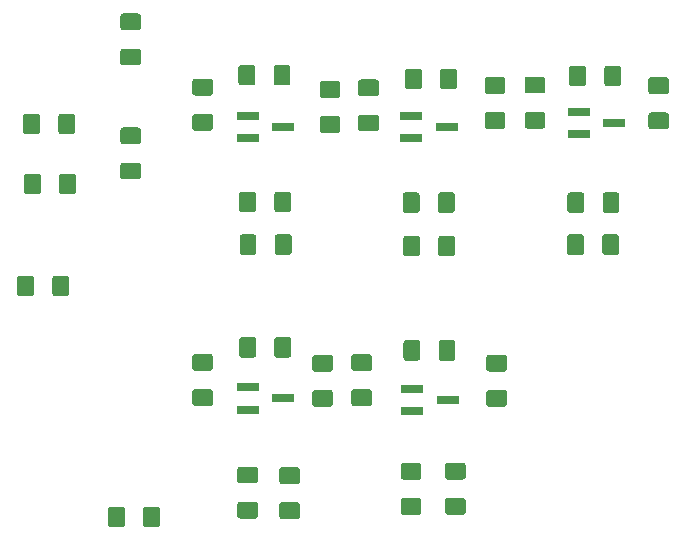
<source format=gbr>
%TF.GenerationSoftware,KiCad,Pcbnew,(5.1.4-0-10_14)*%
%TF.CreationDate,2019-11-24T22:14:09+02:00*%
%TF.ProjectId,READY,52454144-592e-46b6-9963-61645f706362,3.0*%
%TF.SameCoordinates,Original*%
%TF.FileFunction,Paste,Bot*%
%TF.FilePolarity,Positive*%
%FSLAX46Y46*%
G04 Gerber Fmt 4.6, Leading zero omitted, Abs format (unit mm)*
G04 Created by KiCad (PCBNEW (5.1.4-0-10_14)) date 2019-11-24 22:14:09*
%MOMM*%
%LPD*%
G04 APERTURE LIST*
%ADD10C,0.150000*%
%ADD11C,1.425000*%
%ADD12R,1.900000X0.800000*%
G04 APERTURE END LIST*
D10*
%TO.C,D1*%
G36*
X105760504Y-72722704D02*
G01*
X105784773Y-72726304D01*
X105808571Y-72732265D01*
X105831671Y-72740530D01*
X105853849Y-72751020D01*
X105874893Y-72763633D01*
X105894598Y-72778247D01*
X105912777Y-72794723D01*
X105929253Y-72812902D01*
X105943867Y-72832607D01*
X105956480Y-72853651D01*
X105966970Y-72875829D01*
X105975235Y-72898929D01*
X105981196Y-72922727D01*
X105984796Y-72946996D01*
X105986000Y-72971500D01*
X105986000Y-74221500D01*
X105984796Y-74246004D01*
X105981196Y-74270273D01*
X105975235Y-74294071D01*
X105966970Y-74317171D01*
X105956480Y-74339349D01*
X105943867Y-74360393D01*
X105929253Y-74380098D01*
X105912777Y-74398277D01*
X105894598Y-74414753D01*
X105874893Y-74429367D01*
X105853849Y-74441980D01*
X105831671Y-74452470D01*
X105808571Y-74460735D01*
X105784773Y-74466696D01*
X105760504Y-74470296D01*
X105736000Y-74471500D01*
X104811000Y-74471500D01*
X104786496Y-74470296D01*
X104762227Y-74466696D01*
X104738429Y-74460735D01*
X104715329Y-74452470D01*
X104693151Y-74441980D01*
X104672107Y-74429367D01*
X104652402Y-74414753D01*
X104634223Y-74398277D01*
X104617747Y-74380098D01*
X104603133Y-74360393D01*
X104590520Y-74339349D01*
X104580030Y-74317171D01*
X104571765Y-74294071D01*
X104565804Y-74270273D01*
X104562204Y-74246004D01*
X104561000Y-74221500D01*
X104561000Y-72971500D01*
X104562204Y-72946996D01*
X104565804Y-72922727D01*
X104571765Y-72898929D01*
X104580030Y-72875829D01*
X104590520Y-72853651D01*
X104603133Y-72832607D01*
X104617747Y-72812902D01*
X104634223Y-72794723D01*
X104652402Y-72778247D01*
X104672107Y-72763633D01*
X104693151Y-72751020D01*
X104715329Y-72740530D01*
X104738429Y-72732265D01*
X104762227Y-72726304D01*
X104786496Y-72722704D01*
X104811000Y-72721500D01*
X105736000Y-72721500D01*
X105760504Y-72722704D01*
X105760504Y-72722704D01*
G37*
D11*
X105273500Y-73596500D03*
D10*
G36*
X102785504Y-72722704D02*
G01*
X102809773Y-72726304D01*
X102833571Y-72732265D01*
X102856671Y-72740530D01*
X102878849Y-72751020D01*
X102899893Y-72763633D01*
X102919598Y-72778247D01*
X102937777Y-72794723D01*
X102954253Y-72812902D01*
X102968867Y-72832607D01*
X102981480Y-72853651D01*
X102991970Y-72875829D01*
X103000235Y-72898929D01*
X103006196Y-72922727D01*
X103009796Y-72946996D01*
X103011000Y-72971500D01*
X103011000Y-74221500D01*
X103009796Y-74246004D01*
X103006196Y-74270273D01*
X103000235Y-74294071D01*
X102991970Y-74317171D01*
X102981480Y-74339349D01*
X102968867Y-74360393D01*
X102954253Y-74380098D01*
X102937777Y-74398277D01*
X102919598Y-74414753D01*
X102899893Y-74429367D01*
X102878849Y-74441980D01*
X102856671Y-74452470D01*
X102833571Y-74460735D01*
X102809773Y-74466696D01*
X102785504Y-74470296D01*
X102761000Y-74471500D01*
X101836000Y-74471500D01*
X101811496Y-74470296D01*
X101787227Y-74466696D01*
X101763429Y-74460735D01*
X101740329Y-74452470D01*
X101718151Y-74441980D01*
X101697107Y-74429367D01*
X101677402Y-74414753D01*
X101659223Y-74398277D01*
X101642747Y-74380098D01*
X101628133Y-74360393D01*
X101615520Y-74339349D01*
X101605030Y-74317171D01*
X101596765Y-74294071D01*
X101590804Y-74270273D01*
X101587204Y-74246004D01*
X101586000Y-74221500D01*
X101586000Y-72971500D01*
X101587204Y-72946996D01*
X101590804Y-72922727D01*
X101596765Y-72898929D01*
X101605030Y-72875829D01*
X101615520Y-72853651D01*
X101628133Y-72832607D01*
X101642747Y-72812902D01*
X101659223Y-72794723D01*
X101677402Y-72778247D01*
X101697107Y-72763633D01*
X101718151Y-72751020D01*
X101740329Y-72740530D01*
X101763429Y-72732265D01*
X101787227Y-72726304D01*
X101811496Y-72722704D01*
X101836000Y-72721500D01*
X102761000Y-72721500D01*
X102785504Y-72722704D01*
X102785504Y-72722704D01*
G37*
D11*
X102298500Y-73596500D03*
%TD*%
D12*
%TO.C,Q1*%
X102386000Y-78928000D03*
X102386000Y-77028000D03*
X105386000Y-77978000D03*
%TD*%
D10*
%TO.C,R10*%
G36*
X105860504Y-87073704D02*
G01*
X105884773Y-87077304D01*
X105908571Y-87083265D01*
X105931671Y-87091530D01*
X105953849Y-87102020D01*
X105974893Y-87114633D01*
X105994598Y-87129247D01*
X106012777Y-87145723D01*
X106029253Y-87163902D01*
X106043867Y-87183607D01*
X106056480Y-87204651D01*
X106066970Y-87226829D01*
X106075235Y-87249929D01*
X106081196Y-87273727D01*
X106084796Y-87297996D01*
X106086000Y-87322500D01*
X106086000Y-88572500D01*
X106084796Y-88597004D01*
X106081196Y-88621273D01*
X106075235Y-88645071D01*
X106066970Y-88668171D01*
X106056480Y-88690349D01*
X106043867Y-88711393D01*
X106029253Y-88731098D01*
X106012777Y-88749277D01*
X105994598Y-88765753D01*
X105974893Y-88780367D01*
X105953849Y-88792980D01*
X105931671Y-88803470D01*
X105908571Y-88811735D01*
X105884773Y-88817696D01*
X105860504Y-88821296D01*
X105836000Y-88822500D01*
X104911000Y-88822500D01*
X104886496Y-88821296D01*
X104862227Y-88817696D01*
X104838429Y-88811735D01*
X104815329Y-88803470D01*
X104793151Y-88792980D01*
X104772107Y-88780367D01*
X104752402Y-88765753D01*
X104734223Y-88749277D01*
X104717747Y-88731098D01*
X104703133Y-88711393D01*
X104690520Y-88690349D01*
X104680030Y-88668171D01*
X104671765Y-88645071D01*
X104665804Y-88621273D01*
X104662204Y-88597004D01*
X104661000Y-88572500D01*
X104661000Y-87322500D01*
X104662204Y-87297996D01*
X104665804Y-87273727D01*
X104671765Y-87249929D01*
X104680030Y-87226829D01*
X104690520Y-87204651D01*
X104703133Y-87183607D01*
X104717747Y-87163902D01*
X104734223Y-87145723D01*
X104752402Y-87129247D01*
X104772107Y-87114633D01*
X104793151Y-87102020D01*
X104815329Y-87091530D01*
X104838429Y-87083265D01*
X104862227Y-87077304D01*
X104886496Y-87073704D01*
X104911000Y-87072500D01*
X105836000Y-87072500D01*
X105860504Y-87073704D01*
X105860504Y-87073704D01*
G37*
D11*
X105373500Y-87947500D03*
D10*
G36*
X102885504Y-87073704D02*
G01*
X102909773Y-87077304D01*
X102933571Y-87083265D01*
X102956671Y-87091530D01*
X102978849Y-87102020D01*
X102999893Y-87114633D01*
X103019598Y-87129247D01*
X103037777Y-87145723D01*
X103054253Y-87163902D01*
X103068867Y-87183607D01*
X103081480Y-87204651D01*
X103091970Y-87226829D01*
X103100235Y-87249929D01*
X103106196Y-87273727D01*
X103109796Y-87297996D01*
X103111000Y-87322500D01*
X103111000Y-88572500D01*
X103109796Y-88597004D01*
X103106196Y-88621273D01*
X103100235Y-88645071D01*
X103091970Y-88668171D01*
X103081480Y-88690349D01*
X103068867Y-88711393D01*
X103054253Y-88731098D01*
X103037777Y-88749277D01*
X103019598Y-88765753D01*
X102999893Y-88780367D01*
X102978849Y-88792980D01*
X102956671Y-88803470D01*
X102933571Y-88811735D01*
X102909773Y-88817696D01*
X102885504Y-88821296D01*
X102861000Y-88822500D01*
X101936000Y-88822500D01*
X101911496Y-88821296D01*
X101887227Y-88817696D01*
X101863429Y-88811735D01*
X101840329Y-88803470D01*
X101818151Y-88792980D01*
X101797107Y-88780367D01*
X101777402Y-88765753D01*
X101759223Y-88749277D01*
X101742747Y-88731098D01*
X101728133Y-88711393D01*
X101715520Y-88690349D01*
X101705030Y-88668171D01*
X101696765Y-88645071D01*
X101690804Y-88621273D01*
X101687204Y-88597004D01*
X101686000Y-88572500D01*
X101686000Y-87322500D01*
X101687204Y-87297996D01*
X101690804Y-87273727D01*
X101696765Y-87249929D01*
X101705030Y-87226829D01*
X101715520Y-87204651D01*
X101728133Y-87183607D01*
X101742747Y-87163902D01*
X101759223Y-87145723D01*
X101777402Y-87129247D01*
X101797107Y-87114633D01*
X101818151Y-87102020D01*
X101840329Y-87091530D01*
X101863429Y-87083265D01*
X101887227Y-87077304D01*
X101911496Y-87073704D01*
X101936000Y-87072500D01*
X102861000Y-87072500D01*
X102885504Y-87073704D01*
X102885504Y-87073704D01*
G37*
D11*
X102398500Y-87947500D03*
%TD*%
D10*
%TO.C,R11*%
G36*
X105824504Y-83454204D02*
G01*
X105848773Y-83457804D01*
X105872571Y-83463765D01*
X105895671Y-83472030D01*
X105917849Y-83482520D01*
X105938893Y-83495133D01*
X105958598Y-83509747D01*
X105976777Y-83526223D01*
X105993253Y-83544402D01*
X106007867Y-83564107D01*
X106020480Y-83585151D01*
X106030970Y-83607329D01*
X106039235Y-83630429D01*
X106045196Y-83654227D01*
X106048796Y-83678496D01*
X106050000Y-83703000D01*
X106050000Y-84953000D01*
X106048796Y-84977504D01*
X106045196Y-85001773D01*
X106039235Y-85025571D01*
X106030970Y-85048671D01*
X106020480Y-85070849D01*
X106007867Y-85091893D01*
X105993253Y-85111598D01*
X105976777Y-85129777D01*
X105958598Y-85146253D01*
X105938893Y-85160867D01*
X105917849Y-85173480D01*
X105895671Y-85183970D01*
X105872571Y-85192235D01*
X105848773Y-85198196D01*
X105824504Y-85201796D01*
X105800000Y-85203000D01*
X104875000Y-85203000D01*
X104850496Y-85201796D01*
X104826227Y-85198196D01*
X104802429Y-85192235D01*
X104779329Y-85183970D01*
X104757151Y-85173480D01*
X104736107Y-85160867D01*
X104716402Y-85146253D01*
X104698223Y-85129777D01*
X104681747Y-85111598D01*
X104667133Y-85091893D01*
X104654520Y-85070849D01*
X104644030Y-85048671D01*
X104635765Y-85025571D01*
X104629804Y-85001773D01*
X104626204Y-84977504D01*
X104625000Y-84953000D01*
X104625000Y-83703000D01*
X104626204Y-83678496D01*
X104629804Y-83654227D01*
X104635765Y-83630429D01*
X104644030Y-83607329D01*
X104654520Y-83585151D01*
X104667133Y-83564107D01*
X104681747Y-83544402D01*
X104698223Y-83526223D01*
X104716402Y-83509747D01*
X104736107Y-83495133D01*
X104757151Y-83482520D01*
X104779329Y-83472030D01*
X104802429Y-83463765D01*
X104826227Y-83457804D01*
X104850496Y-83454204D01*
X104875000Y-83453000D01*
X105800000Y-83453000D01*
X105824504Y-83454204D01*
X105824504Y-83454204D01*
G37*
D11*
X105337500Y-84328000D03*
D10*
G36*
X102849504Y-83454204D02*
G01*
X102873773Y-83457804D01*
X102897571Y-83463765D01*
X102920671Y-83472030D01*
X102942849Y-83482520D01*
X102963893Y-83495133D01*
X102983598Y-83509747D01*
X103001777Y-83526223D01*
X103018253Y-83544402D01*
X103032867Y-83564107D01*
X103045480Y-83585151D01*
X103055970Y-83607329D01*
X103064235Y-83630429D01*
X103070196Y-83654227D01*
X103073796Y-83678496D01*
X103075000Y-83703000D01*
X103075000Y-84953000D01*
X103073796Y-84977504D01*
X103070196Y-85001773D01*
X103064235Y-85025571D01*
X103055970Y-85048671D01*
X103045480Y-85070849D01*
X103032867Y-85091893D01*
X103018253Y-85111598D01*
X103001777Y-85129777D01*
X102983598Y-85146253D01*
X102963893Y-85160867D01*
X102942849Y-85173480D01*
X102920671Y-85183970D01*
X102897571Y-85192235D01*
X102873773Y-85198196D01*
X102849504Y-85201796D01*
X102825000Y-85203000D01*
X101900000Y-85203000D01*
X101875496Y-85201796D01*
X101851227Y-85198196D01*
X101827429Y-85192235D01*
X101804329Y-85183970D01*
X101782151Y-85173480D01*
X101761107Y-85160867D01*
X101741402Y-85146253D01*
X101723223Y-85129777D01*
X101706747Y-85111598D01*
X101692133Y-85091893D01*
X101679520Y-85070849D01*
X101669030Y-85048671D01*
X101660765Y-85025571D01*
X101654804Y-85001773D01*
X101651204Y-84977504D01*
X101650000Y-84953000D01*
X101650000Y-83703000D01*
X101651204Y-83678496D01*
X101654804Y-83654227D01*
X101660765Y-83630429D01*
X101669030Y-83607329D01*
X101679520Y-83585151D01*
X101692133Y-83564107D01*
X101706747Y-83544402D01*
X101723223Y-83526223D01*
X101741402Y-83509747D01*
X101761107Y-83495133D01*
X101782151Y-83482520D01*
X101804329Y-83472030D01*
X101827429Y-83463765D01*
X101851227Y-83457804D01*
X101875496Y-83454204D01*
X101900000Y-83453000D01*
X102825000Y-83453000D01*
X102849504Y-83454204D01*
X102849504Y-83454204D01*
G37*
D11*
X102362500Y-84328000D03*
%TD*%
D10*
%TO.C,R13*%
G36*
X109996504Y-77066704D02*
G01*
X110020773Y-77070304D01*
X110044571Y-77076265D01*
X110067671Y-77084530D01*
X110089849Y-77095020D01*
X110110893Y-77107633D01*
X110130598Y-77122247D01*
X110148777Y-77138723D01*
X110165253Y-77156902D01*
X110179867Y-77176607D01*
X110192480Y-77197651D01*
X110202970Y-77219829D01*
X110211235Y-77242929D01*
X110217196Y-77266727D01*
X110220796Y-77290996D01*
X110222000Y-77315500D01*
X110222000Y-78240500D01*
X110220796Y-78265004D01*
X110217196Y-78289273D01*
X110211235Y-78313071D01*
X110202970Y-78336171D01*
X110192480Y-78358349D01*
X110179867Y-78379393D01*
X110165253Y-78399098D01*
X110148777Y-78417277D01*
X110130598Y-78433753D01*
X110110893Y-78448367D01*
X110089849Y-78460980D01*
X110067671Y-78471470D01*
X110044571Y-78479735D01*
X110020773Y-78485696D01*
X109996504Y-78489296D01*
X109972000Y-78490500D01*
X108722000Y-78490500D01*
X108697496Y-78489296D01*
X108673227Y-78485696D01*
X108649429Y-78479735D01*
X108626329Y-78471470D01*
X108604151Y-78460980D01*
X108583107Y-78448367D01*
X108563402Y-78433753D01*
X108545223Y-78417277D01*
X108528747Y-78399098D01*
X108514133Y-78379393D01*
X108501520Y-78358349D01*
X108491030Y-78336171D01*
X108482765Y-78313071D01*
X108476804Y-78289273D01*
X108473204Y-78265004D01*
X108472000Y-78240500D01*
X108472000Y-77315500D01*
X108473204Y-77290996D01*
X108476804Y-77266727D01*
X108482765Y-77242929D01*
X108491030Y-77219829D01*
X108501520Y-77197651D01*
X108514133Y-77176607D01*
X108528747Y-77156902D01*
X108545223Y-77138723D01*
X108563402Y-77122247D01*
X108583107Y-77107633D01*
X108604151Y-77095020D01*
X108626329Y-77084530D01*
X108649429Y-77076265D01*
X108673227Y-77070304D01*
X108697496Y-77066704D01*
X108722000Y-77065500D01*
X109972000Y-77065500D01*
X109996504Y-77066704D01*
X109996504Y-77066704D01*
G37*
D11*
X109347000Y-77778000D03*
D10*
G36*
X109996504Y-74091704D02*
G01*
X110020773Y-74095304D01*
X110044571Y-74101265D01*
X110067671Y-74109530D01*
X110089849Y-74120020D01*
X110110893Y-74132633D01*
X110130598Y-74147247D01*
X110148777Y-74163723D01*
X110165253Y-74181902D01*
X110179867Y-74201607D01*
X110192480Y-74222651D01*
X110202970Y-74244829D01*
X110211235Y-74267929D01*
X110217196Y-74291727D01*
X110220796Y-74315996D01*
X110222000Y-74340500D01*
X110222000Y-75265500D01*
X110220796Y-75290004D01*
X110217196Y-75314273D01*
X110211235Y-75338071D01*
X110202970Y-75361171D01*
X110192480Y-75383349D01*
X110179867Y-75404393D01*
X110165253Y-75424098D01*
X110148777Y-75442277D01*
X110130598Y-75458753D01*
X110110893Y-75473367D01*
X110089849Y-75485980D01*
X110067671Y-75496470D01*
X110044571Y-75504735D01*
X110020773Y-75510696D01*
X109996504Y-75514296D01*
X109972000Y-75515500D01*
X108722000Y-75515500D01*
X108697496Y-75514296D01*
X108673227Y-75510696D01*
X108649429Y-75504735D01*
X108626329Y-75496470D01*
X108604151Y-75485980D01*
X108583107Y-75473367D01*
X108563402Y-75458753D01*
X108545223Y-75442277D01*
X108528747Y-75424098D01*
X108514133Y-75404393D01*
X108501520Y-75383349D01*
X108491030Y-75361171D01*
X108482765Y-75338071D01*
X108476804Y-75314273D01*
X108473204Y-75290004D01*
X108472000Y-75265500D01*
X108472000Y-74340500D01*
X108473204Y-74315996D01*
X108476804Y-74291727D01*
X108482765Y-74267929D01*
X108491030Y-74244829D01*
X108501520Y-74222651D01*
X108514133Y-74201607D01*
X108528747Y-74181902D01*
X108545223Y-74163723D01*
X108563402Y-74147247D01*
X108583107Y-74132633D01*
X108604151Y-74120020D01*
X108626329Y-74109530D01*
X108649429Y-74101265D01*
X108673227Y-74095304D01*
X108697496Y-74091704D01*
X108722000Y-74090500D01*
X109972000Y-74090500D01*
X109996504Y-74091704D01*
X109996504Y-74091704D01*
G37*
D11*
X109347000Y-74803000D03*
%TD*%
D10*
%TO.C,R15*%
G36*
X99201504Y-73901204D02*
G01*
X99225773Y-73904804D01*
X99249571Y-73910765D01*
X99272671Y-73919030D01*
X99294849Y-73929520D01*
X99315893Y-73942133D01*
X99335598Y-73956747D01*
X99353777Y-73973223D01*
X99370253Y-73991402D01*
X99384867Y-74011107D01*
X99397480Y-74032151D01*
X99407970Y-74054329D01*
X99416235Y-74077429D01*
X99422196Y-74101227D01*
X99425796Y-74125496D01*
X99427000Y-74150000D01*
X99427000Y-75075000D01*
X99425796Y-75099504D01*
X99422196Y-75123773D01*
X99416235Y-75147571D01*
X99407970Y-75170671D01*
X99397480Y-75192849D01*
X99384867Y-75213893D01*
X99370253Y-75233598D01*
X99353777Y-75251777D01*
X99335598Y-75268253D01*
X99315893Y-75282867D01*
X99294849Y-75295480D01*
X99272671Y-75305970D01*
X99249571Y-75314235D01*
X99225773Y-75320196D01*
X99201504Y-75323796D01*
X99177000Y-75325000D01*
X97927000Y-75325000D01*
X97902496Y-75323796D01*
X97878227Y-75320196D01*
X97854429Y-75314235D01*
X97831329Y-75305970D01*
X97809151Y-75295480D01*
X97788107Y-75282867D01*
X97768402Y-75268253D01*
X97750223Y-75251777D01*
X97733747Y-75233598D01*
X97719133Y-75213893D01*
X97706520Y-75192849D01*
X97696030Y-75170671D01*
X97687765Y-75147571D01*
X97681804Y-75123773D01*
X97678204Y-75099504D01*
X97677000Y-75075000D01*
X97677000Y-74150000D01*
X97678204Y-74125496D01*
X97681804Y-74101227D01*
X97687765Y-74077429D01*
X97696030Y-74054329D01*
X97706520Y-74032151D01*
X97719133Y-74011107D01*
X97733747Y-73991402D01*
X97750223Y-73973223D01*
X97768402Y-73956747D01*
X97788107Y-73942133D01*
X97809151Y-73929520D01*
X97831329Y-73919030D01*
X97854429Y-73910765D01*
X97878227Y-73904804D01*
X97902496Y-73901204D01*
X97927000Y-73900000D01*
X99177000Y-73900000D01*
X99201504Y-73901204D01*
X99201504Y-73901204D01*
G37*
D11*
X98552000Y-74612500D03*
D10*
G36*
X99201504Y-76876204D02*
G01*
X99225773Y-76879804D01*
X99249571Y-76885765D01*
X99272671Y-76894030D01*
X99294849Y-76904520D01*
X99315893Y-76917133D01*
X99335598Y-76931747D01*
X99353777Y-76948223D01*
X99370253Y-76966402D01*
X99384867Y-76986107D01*
X99397480Y-77007151D01*
X99407970Y-77029329D01*
X99416235Y-77052429D01*
X99422196Y-77076227D01*
X99425796Y-77100496D01*
X99427000Y-77125000D01*
X99427000Y-78050000D01*
X99425796Y-78074504D01*
X99422196Y-78098773D01*
X99416235Y-78122571D01*
X99407970Y-78145671D01*
X99397480Y-78167849D01*
X99384867Y-78188893D01*
X99370253Y-78208598D01*
X99353777Y-78226777D01*
X99335598Y-78243253D01*
X99315893Y-78257867D01*
X99294849Y-78270480D01*
X99272671Y-78280970D01*
X99249571Y-78289235D01*
X99225773Y-78295196D01*
X99201504Y-78298796D01*
X99177000Y-78300000D01*
X97927000Y-78300000D01*
X97902496Y-78298796D01*
X97878227Y-78295196D01*
X97854429Y-78289235D01*
X97831329Y-78280970D01*
X97809151Y-78270480D01*
X97788107Y-78257867D01*
X97768402Y-78243253D01*
X97750223Y-78226777D01*
X97733747Y-78208598D01*
X97719133Y-78188893D01*
X97706520Y-78167849D01*
X97696030Y-78145671D01*
X97687765Y-78122571D01*
X97681804Y-78098773D01*
X97678204Y-78074504D01*
X97677000Y-78050000D01*
X97677000Y-77125000D01*
X97678204Y-77100496D01*
X97681804Y-77076227D01*
X97687765Y-77052429D01*
X97696030Y-77029329D01*
X97706520Y-77007151D01*
X97719133Y-76986107D01*
X97733747Y-76966402D01*
X97750223Y-76948223D01*
X97768402Y-76931747D01*
X97788107Y-76917133D01*
X97809151Y-76904520D01*
X97831329Y-76894030D01*
X97854429Y-76885765D01*
X97878227Y-76879804D01*
X97902496Y-76876204D01*
X97927000Y-76875000D01*
X99177000Y-76875000D01*
X99201504Y-76876204D01*
X99201504Y-76876204D01*
G37*
D11*
X98552000Y-77587500D03*
%TD*%
D10*
%TO.C,D2*%
G36*
X119866504Y-73040204D02*
G01*
X119890773Y-73043804D01*
X119914571Y-73049765D01*
X119937671Y-73058030D01*
X119959849Y-73068520D01*
X119980893Y-73081133D01*
X120000598Y-73095747D01*
X120018777Y-73112223D01*
X120035253Y-73130402D01*
X120049867Y-73150107D01*
X120062480Y-73171151D01*
X120072970Y-73193329D01*
X120081235Y-73216429D01*
X120087196Y-73240227D01*
X120090796Y-73264496D01*
X120092000Y-73289000D01*
X120092000Y-74539000D01*
X120090796Y-74563504D01*
X120087196Y-74587773D01*
X120081235Y-74611571D01*
X120072970Y-74634671D01*
X120062480Y-74656849D01*
X120049867Y-74677893D01*
X120035253Y-74697598D01*
X120018777Y-74715777D01*
X120000598Y-74732253D01*
X119980893Y-74746867D01*
X119959849Y-74759480D01*
X119937671Y-74769970D01*
X119914571Y-74778235D01*
X119890773Y-74784196D01*
X119866504Y-74787796D01*
X119842000Y-74789000D01*
X118917000Y-74789000D01*
X118892496Y-74787796D01*
X118868227Y-74784196D01*
X118844429Y-74778235D01*
X118821329Y-74769970D01*
X118799151Y-74759480D01*
X118778107Y-74746867D01*
X118758402Y-74732253D01*
X118740223Y-74715777D01*
X118723747Y-74697598D01*
X118709133Y-74677893D01*
X118696520Y-74656849D01*
X118686030Y-74634671D01*
X118677765Y-74611571D01*
X118671804Y-74587773D01*
X118668204Y-74563504D01*
X118667000Y-74539000D01*
X118667000Y-73289000D01*
X118668204Y-73264496D01*
X118671804Y-73240227D01*
X118677765Y-73216429D01*
X118686030Y-73193329D01*
X118696520Y-73171151D01*
X118709133Y-73150107D01*
X118723747Y-73130402D01*
X118740223Y-73112223D01*
X118758402Y-73095747D01*
X118778107Y-73081133D01*
X118799151Y-73068520D01*
X118821329Y-73058030D01*
X118844429Y-73049765D01*
X118868227Y-73043804D01*
X118892496Y-73040204D01*
X118917000Y-73039000D01*
X119842000Y-73039000D01*
X119866504Y-73040204D01*
X119866504Y-73040204D01*
G37*
D11*
X119379500Y-73914000D03*
D10*
G36*
X116891504Y-73040204D02*
G01*
X116915773Y-73043804D01*
X116939571Y-73049765D01*
X116962671Y-73058030D01*
X116984849Y-73068520D01*
X117005893Y-73081133D01*
X117025598Y-73095747D01*
X117043777Y-73112223D01*
X117060253Y-73130402D01*
X117074867Y-73150107D01*
X117087480Y-73171151D01*
X117097970Y-73193329D01*
X117106235Y-73216429D01*
X117112196Y-73240227D01*
X117115796Y-73264496D01*
X117117000Y-73289000D01*
X117117000Y-74539000D01*
X117115796Y-74563504D01*
X117112196Y-74587773D01*
X117106235Y-74611571D01*
X117097970Y-74634671D01*
X117087480Y-74656849D01*
X117074867Y-74677893D01*
X117060253Y-74697598D01*
X117043777Y-74715777D01*
X117025598Y-74732253D01*
X117005893Y-74746867D01*
X116984849Y-74759480D01*
X116962671Y-74769970D01*
X116939571Y-74778235D01*
X116915773Y-74784196D01*
X116891504Y-74787796D01*
X116867000Y-74789000D01*
X115942000Y-74789000D01*
X115917496Y-74787796D01*
X115893227Y-74784196D01*
X115869429Y-74778235D01*
X115846329Y-74769970D01*
X115824151Y-74759480D01*
X115803107Y-74746867D01*
X115783402Y-74732253D01*
X115765223Y-74715777D01*
X115748747Y-74697598D01*
X115734133Y-74677893D01*
X115721520Y-74656849D01*
X115711030Y-74634671D01*
X115702765Y-74611571D01*
X115696804Y-74587773D01*
X115693204Y-74563504D01*
X115692000Y-74539000D01*
X115692000Y-73289000D01*
X115693204Y-73264496D01*
X115696804Y-73240227D01*
X115702765Y-73216429D01*
X115711030Y-73193329D01*
X115721520Y-73171151D01*
X115734133Y-73150107D01*
X115748747Y-73130402D01*
X115765223Y-73112223D01*
X115783402Y-73095747D01*
X115803107Y-73081133D01*
X115824151Y-73068520D01*
X115846329Y-73058030D01*
X115869429Y-73049765D01*
X115893227Y-73043804D01*
X115917496Y-73040204D01*
X115942000Y-73039000D01*
X116867000Y-73039000D01*
X116891504Y-73040204D01*
X116891504Y-73040204D01*
G37*
D11*
X116404500Y-73914000D03*
%TD*%
D12*
%TO.C,Q3*%
X116229000Y-78928000D03*
X116229000Y-77028000D03*
X119229000Y-77978000D03*
%TD*%
D10*
%TO.C,R16*%
G36*
X119703504Y-87200704D02*
G01*
X119727773Y-87204304D01*
X119751571Y-87210265D01*
X119774671Y-87218530D01*
X119796849Y-87229020D01*
X119817893Y-87241633D01*
X119837598Y-87256247D01*
X119855777Y-87272723D01*
X119872253Y-87290902D01*
X119886867Y-87310607D01*
X119899480Y-87331651D01*
X119909970Y-87353829D01*
X119918235Y-87376929D01*
X119924196Y-87400727D01*
X119927796Y-87424996D01*
X119929000Y-87449500D01*
X119929000Y-88699500D01*
X119927796Y-88724004D01*
X119924196Y-88748273D01*
X119918235Y-88772071D01*
X119909970Y-88795171D01*
X119899480Y-88817349D01*
X119886867Y-88838393D01*
X119872253Y-88858098D01*
X119855777Y-88876277D01*
X119837598Y-88892753D01*
X119817893Y-88907367D01*
X119796849Y-88919980D01*
X119774671Y-88930470D01*
X119751571Y-88938735D01*
X119727773Y-88944696D01*
X119703504Y-88948296D01*
X119679000Y-88949500D01*
X118754000Y-88949500D01*
X118729496Y-88948296D01*
X118705227Y-88944696D01*
X118681429Y-88938735D01*
X118658329Y-88930470D01*
X118636151Y-88919980D01*
X118615107Y-88907367D01*
X118595402Y-88892753D01*
X118577223Y-88876277D01*
X118560747Y-88858098D01*
X118546133Y-88838393D01*
X118533520Y-88817349D01*
X118523030Y-88795171D01*
X118514765Y-88772071D01*
X118508804Y-88748273D01*
X118505204Y-88724004D01*
X118504000Y-88699500D01*
X118504000Y-87449500D01*
X118505204Y-87424996D01*
X118508804Y-87400727D01*
X118514765Y-87376929D01*
X118523030Y-87353829D01*
X118533520Y-87331651D01*
X118546133Y-87310607D01*
X118560747Y-87290902D01*
X118577223Y-87272723D01*
X118595402Y-87256247D01*
X118615107Y-87241633D01*
X118636151Y-87229020D01*
X118658329Y-87218530D01*
X118681429Y-87210265D01*
X118705227Y-87204304D01*
X118729496Y-87200704D01*
X118754000Y-87199500D01*
X119679000Y-87199500D01*
X119703504Y-87200704D01*
X119703504Y-87200704D01*
G37*
D11*
X119216500Y-88074500D03*
D10*
G36*
X116728504Y-87200704D02*
G01*
X116752773Y-87204304D01*
X116776571Y-87210265D01*
X116799671Y-87218530D01*
X116821849Y-87229020D01*
X116842893Y-87241633D01*
X116862598Y-87256247D01*
X116880777Y-87272723D01*
X116897253Y-87290902D01*
X116911867Y-87310607D01*
X116924480Y-87331651D01*
X116934970Y-87353829D01*
X116943235Y-87376929D01*
X116949196Y-87400727D01*
X116952796Y-87424996D01*
X116954000Y-87449500D01*
X116954000Y-88699500D01*
X116952796Y-88724004D01*
X116949196Y-88748273D01*
X116943235Y-88772071D01*
X116934970Y-88795171D01*
X116924480Y-88817349D01*
X116911867Y-88838393D01*
X116897253Y-88858098D01*
X116880777Y-88876277D01*
X116862598Y-88892753D01*
X116842893Y-88907367D01*
X116821849Y-88919980D01*
X116799671Y-88930470D01*
X116776571Y-88938735D01*
X116752773Y-88944696D01*
X116728504Y-88948296D01*
X116704000Y-88949500D01*
X115779000Y-88949500D01*
X115754496Y-88948296D01*
X115730227Y-88944696D01*
X115706429Y-88938735D01*
X115683329Y-88930470D01*
X115661151Y-88919980D01*
X115640107Y-88907367D01*
X115620402Y-88892753D01*
X115602223Y-88876277D01*
X115585747Y-88858098D01*
X115571133Y-88838393D01*
X115558520Y-88817349D01*
X115548030Y-88795171D01*
X115539765Y-88772071D01*
X115533804Y-88748273D01*
X115530204Y-88724004D01*
X115529000Y-88699500D01*
X115529000Y-87449500D01*
X115530204Y-87424996D01*
X115533804Y-87400727D01*
X115539765Y-87376929D01*
X115548030Y-87353829D01*
X115558520Y-87331651D01*
X115571133Y-87310607D01*
X115585747Y-87290902D01*
X115602223Y-87272723D01*
X115620402Y-87256247D01*
X115640107Y-87241633D01*
X115661151Y-87229020D01*
X115683329Y-87218530D01*
X115706429Y-87210265D01*
X115730227Y-87204304D01*
X115754496Y-87200704D01*
X115779000Y-87199500D01*
X116704000Y-87199500D01*
X116728504Y-87200704D01*
X116728504Y-87200704D01*
G37*
D11*
X116241500Y-88074500D03*
%TD*%
D10*
%TO.C,R18*%
G36*
X119666504Y-83517704D02*
G01*
X119690773Y-83521304D01*
X119714571Y-83527265D01*
X119737671Y-83535530D01*
X119759849Y-83546020D01*
X119780893Y-83558633D01*
X119800598Y-83573247D01*
X119818777Y-83589723D01*
X119835253Y-83607902D01*
X119849867Y-83627607D01*
X119862480Y-83648651D01*
X119872970Y-83670829D01*
X119881235Y-83693929D01*
X119887196Y-83717727D01*
X119890796Y-83741996D01*
X119892000Y-83766500D01*
X119892000Y-85016500D01*
X119890796Y-85041004D01*
X119887196Y-85065273D01*
X119881235Y-85089071D01*
X119872970Y-85112171D01*
X119862480Y-85134349D01*
X119849867Y-85155393D01*
X119835253Y-85175098D01*
X119818777Y-85193277D01*
X119800598Y-85209753D01*
X119780893Y-85224367D01*
X119759849Y-85236980D01*
X119737671Y-85247470D01*
X119714571Y-85255735D01*
X119690773Y-85261696D01*
X119666504Y-85265296D01*
X119642000Y-85266500D01*
X118717000Y-85266500D01*
X118692496Y-85265296D01*
X118668227Y-85261696D01*
X118644429Y-85255735D01*
X118621329Y-85247470D01*
X118599151Y-85236980D01*
X118578107Y-85224367D01*
X118558402Y-85209753D01*
X118540223Y-85193277D01*
X118523747Y-85175098D01*
X118509133Y-85155393D01*
X118496520Y-85134349D01*
X118486030Y-85112171D01*
X118477765Y-85089071D01*
X118471804Y-85065273D01*
X118468204Y-85041004D01*
X118467000Y-85016500D01*
X118467000Y-83766500D01*
X118468204Y-83741996D01*
X118471804Y-83717727D01*
X118477765Y-83693929D01*
X118486030Y-83670829D01*
X118496520Y-83648651D01*
X118509133Y-83627607D01*
X118523747Y-83607902D01*
X118540223Y-83589723D01*
X118558402Y-83573247D01*
X118578107Y-83558633D01*
X118599151Y-83546020D01*
X118621329Y-83535530D01*
X118644429Y-83527265D01*
X118668227Y-83521304D01*
X118692496Y-83517704D01*
X118717000Y-83516500D01*
X119642000Y-83516500D01*
X119666504Y-83517704D01*
X119666504Y-83517704D01*
G37*
D11*
X119179500Y-84391500D03*
D10*
G36*
X116691504Y-83517704D02*
G01*
X116715773Y-83521304D01*
X116739571Y-83527265D01*
X116762671Y-83535530D01*
X116784849Y-83546020D01*
X116805893Y-83558633D01*
X116825598Y-83573247D01*
X116843777Y-83589723D01*
X116860253Y-83607902D01*
X116874867Y-83627607D01*
X116887480Y-83648651D01*
X116897970Y-83670829D01*
X116906235Y-83693929D01*
X116912196Y-83717727D01*
X116915796Y-83741996D01*
X116917000Y-83766500D01*
X116917000Y-85016500D01*
X116915796Y-85041004D01*
X116912196Y-85065273D01*
X116906235Y-85089071D01*
X116897970Y-85112171D01*
X116887480Y-85134349D01*
X116874867Y-85155393D01*
X116860253Y-85175098D01*
X116843777Y-85193277D01*
X116825598Y-85209753D01*
X116805893Y-85224367D01*
X116784849Y-85236980D01*
X116762671Y-85247470D01*
X116739571Y-85255735D01*
X116715773Y-85261696D01*
X116691504Y-85265296D01*
X116667000Y-85266500D01*
X115742000Y-85266500D01*
X115717496Y-85265296D01*
X115693227Y-85261696D01*
X115669429Y-85255735D01*
X115646329Y-85247470D01*
X115624151Y-85236980D01*
X115603107Y-85224367D01*
X115583402Y-85209753D01*
X115565223Y-85193277D01*
X115548747Y-85175098D01*
X115534133Y-85155393D01*
X115521520Y-85134349D01*
X115511030Y-85112171D01*
X115502765Y-85089071D01*
X115496804Y-85065273D01*
X115493204Y-85041004D01*
X115492000Y-85016500D01*
X115492000Y-83766500D01*
X115493204Y-83741996D01*
X115496804Y-83717727D01*
X115502765Y-83693929D01*
X115511030Y-83670829D01*
X115521520Y-83648651D01*
X115534133Y-83627607D01*
X115548747Y-83607902D01*
X115565223Y-83589723D01*
X115583402Y-83573247D01*
X115603107Y-83558633D01*
X115624151Y-83546020D01*
X115646329Y-83535530D01*
X115669429Y-83527265D01*
X115693227Y-83521304D01*
X115717496Y-83517704D01*
X115742000Y-83516500D01*
X116667000Y-83516500D01*
X116691504Y-83517704D01*
X116691504Y-83517704D01*
G37*
D11*
X116204500Y-84391500D03*
%TD*%
D10*
%TO.C,R19*%
G36*
X123966504Y-76722204D02*
G01*
X123990773Y-76725804D01*
X124014571Y-76731765D01*
X124037671Y-76740030D01*
X124059849Y-76750520D01*
X124080893Y-76763133D01*
X124100598Y-76777747D01*
X124118777Y-76794223D01*
X124135253Y-76812402D01*
X124149867Y-76832107D01*
X124162480Y-76853151D01*
X124172970Y-76875329D01*
X124181235Y-76898429D01*
X124187196Y-76922227D01*
X124190796Y-76946496D01*
X124192000Y-76971000D01*
X124192000Y-77896000D01*
X124190796Y-77920504D01*
X124187196Y-77944773D01*
X124181235Y-77968571D01*
X124172970Y-77991671D01*
X124162480Y-78013849D01*
X124149867Y-78034893D01*
X124135253Y-78054598D01*
X124118777Y-78072777D01*
X124100598Y-78089253D01*
X124080893Y-78103867D01*
X124059849Y-78116480D01*
X124037671Y-78126970D01*
X124014571Y-78135235D01*
X123990773Y-78141196D01*
X123966504Y-78144796D01*
X123942000Y-78146000D01*
X122692000Y-78146000D01*
X122667496Y-78144796D01*
X122643227Y-78141196D01*
X122619429Y-78135235D01*
X122596329Y-78126970D01*
X122574151Y-78116480D01*
X122553107Y-78103867D01*
X122533402Y-78089253D01*
X122515223Y-78072777D01*
X122498747Y-78054598D01*
X122484133Y-78034893D01*
X122471520Y-78013849D01*
X122461030Y-77991671D01*
X122452765Y-77968571D01*
X122446804Y-77944773D01*
X122443204Y-77920504D01*
X122442000Y-77896000D01*
X122442000Y-76971000D01*
X122443204Y-76946496D01*
X122446804Y-76922227D01*
X122452765Y-76898429D01*
X122461030Y-76875329D01*
X122471520Y-76853151D01*
X122484133Y-76832107D01*
X122498747Y-76812402D01*
X122515223Y-76794223D01*
X122533402Y-76777747D01*
X122553107Y-76763133D01*
X122574151Y-76750520D01*
X122596329Y-76740030D01*
X122619429Y-76731765D01*
X122643227Y-76725804D01*
X122667496Y-76722204D01*
X122692000Y-76721000D01*
X123942000Y-76721000D01*
X123966504Y-76722204D01*
X123966504Y-76722204D01*
G37*
D11*
X123317000Y-77433500D03*
D10*
G36*
X123966504Y-73747204D02*
G01*
X123990773Y-73750804D01*
X124014571Y-73756765D01*
X124037671Y-73765030D01*
X124059849Y-73775520D01*
X124080893Y-73788133D01*
X124100598Y-73802747D01*
X124118777Y-73819223D01*
X124135253Y-73837402D01*
X124149867Y-73857107D01*
X124162480Y-73878151D01*
X124172970Y-73900329D01*
X124181235Y-73923429D01*
X124187196Y-73947227D01*
X124190796Y-73971496D01*
X124192000Y-73996000D01*
X124192000Y-74921000D01*
X124190796Y-74945504D01*
X124187196Y-74969773D01*
X124181235Y-74993571D01*
X124172970Y-75016671D01*
X124162480Y-75038849D01*
X124149867Y-75059893D01*
X124135253Y-75079598D01*
X124118777Y-75097777D01*
X124100598Y-75114253D01*
X124080893Y-75128867D01*
X124059849Y-75141480D01*
X124037671Y-75151970D01*
X124014571Y-75160235D01*
X123990773Y-75166196D01*
X123966504Y-75169796D01*
X123942000Y-75171000D01*
X122692000Y-75171000D01*
X122667496Y-75169796D01*
X122643227Y-75166196D01*
X122619429Y-75160235D01*
X122596329Y-75151970D01*
X122574151Y-75141480D01*
X122553107Y-75128867D01*
X122533402Y-75114253D01*
X122515223Y-75097777D01*
X122498747Y-75079598D01*
X122484133Y-75059893D01*
X122471520Y-75038849D01*
X122461030Y-75016671D01*
X122452765Y-74993571D01*
X122446804Y-74969773D01*
X122443204Y-74945504D01*
X122442000Y-74921000D01*
X122442000Y-73996000D01*
X122443204Y-73971496D01*
X122446804Y-73947227D01*
X122452765Y-73923429D01*
X122461030Y-73900329D01*
X122471520Y-73878151D01*
X122484133Y-73857107D01*
X122498747Y-73837402D01*
X122515223Y-73819223D01*
X122533402Y-73802747D01*
X122553107Y-73788133D01*
X122574151Y-73775520D01*
X122596329Y-73765030D01*
X122619429Y-73756765D01*
X122643227Y-73750804D01*
X122667496Y-73747204D01*
X122692000Y-73746000D01*
X123942000Y-73746000D01*
X123966504Y-73747204D01*
X123966504Y-73747204D01*
G37*
D11*
X123317000Y-74458500D03*
%TD*%
D10*
%TO.C,R20*%
G36*
X113235504Y-73964704D02*
G01*
X113259773Y-73968304D01*
X113283571Y-73974265D01*
X113306671Y-73982530D01*
X113328849Y-73993020D01*
X113349893Y-74005633D01*
X113369598Y-74020247D01*
X113387777Y-74036723D01*
X113404253Y-74054902D01*
X113418867Y-74074607D01*
X113431480Y-74095651D01*
X113441970Y-74117829D01*
X113450235Y-74140929D01*
X113456196Y-74164727D01*
X113459796Y-74188996D01*
X113461000Y-74213500D01*
X113461000Y-75138500D01*
X113459796Y-75163004D01*
X113456196Y-75187273D01*
X113450235Y-75211071D01*
X113441970Y-75234171D01*
X113431480Y-75256349D01*
X113418867Y-75277393D01*
X113404253Y-75297098D01*
X113387777Y-75315277D01*
X113369598Y-75331753D01*
X113349893Y-75346367D01*
X113328849Y-75358980D01*
X113306671Y-75369470D01*
X113283571Y-75377735D01*
X113259773Y-75383696D01*
X113235504Y-75387296D01*
X113211000Y-75388500D01*
X111961000Y-75388500D01*
X111936496Y-75387296D01*
X111912227Y-75383696D01*
X111888429Y-75377735D01*
X111865329Y-75369470D01*
X111843151Y-75358980D01*
X111822107Y-75346367D01*
X111802402Y-75331753D01*
X111784223Y-75315277D01*
X111767747Y-75297098D01*
X111753133Y-75277393D01*
X111740520Y-75256349D01*
X111730030Y-75234171D01*
X111721765Y-75211071D01*
X111715804Y-75187273D01*
X111712204Y-75163004D01*
X111711000Y-75138500D01*
X111711000Y-74213500D01*
X111712204Y-74188996D01*
X111715804Y-74164727D01*
X111721765Y-74140929D01*
X111730030Y-74117829D01*
X111740520Y-74095651D01*
X111753133Y-74074607D01*
X111767747Y-74054902D01*
X111784223Y-74036723D01*
X111802402Y-74020247D01*
X111822107Y-74005633D01*
X111843151Y-73993020D01*
X111865329Y-73982530D01*
X111888429Y-73974265D01*
X111912227Y-73968304D01*
X111936496Y-73964704D01*
X111961000Y-73963500D01*
X113211000Y-73963500D01*
X113235504Y-73964704D01*
X113235504Y-73964704D01*
G37*
D11*
X112586000Y-74676000D03*
D10*
G36*
X113235504Y-76939704D02*
G01*
X113259773Y-76943304D01*
X113283571Y-76949265D01*
X113306671Y-76957530D01*
X113328849Y-76968020D01*
X113349893Y-76980633D01*
X113369598Y-76995247D01*
X113387777Y-77011723D01*
X113404253Y-77029902D01*
X113418867Y-77049607D01*
X113431480Y-77070651D01*
X113441970Y-77092829D01*
X113450235Y-77115929D01*
X113456196Y-77139727D01*
X113459796Y-77163996D01*
X113461000Y-77188500D01*
X113461000Y-78113500D01*
X113459796Y-78138004D01*
X113456196Y-78162273D01*
X113450235Y-78186071D01*
X113441970Y-78209171D01*
X113431480Y-78231349D01*
X113418867Y-78252393D01*
X113404253Y-78272098D01*
X113387777Y-78290277D01*
X113369598Y-78306753D01*
X113349893Y-78321367D01*
X113328849Y-78333980D01*
X113306671Y-78344470D01*
X113283571Y-78352735D01*
X113259773Y-78358696D01*
X113235504Y-78362296D01*
X113211000Y-78363500D01*
X111961000Y-78363500D01*
X111936496Y-78362296D01*
X111912227Y-78358696D01*
X111888429Y-78352735D01*
X111865329Y-78344470D01*
X111843151Y-78333980D01*
X111822107Y-78321367D01*
X111802402Y-78306753D01*
X111784223Y-78290277D01*
X111767747Y-78272098D01*
X111753133Y-78252393D01*
X111740520Y-78231349D01*
X111730030Y-78209171D01*
X111721765Y-78186071D01*
X111715804Y-78162273D01*
X111712204Y-78138004D01*
X111711000Y-78113500D01*
X111711000Y-77188500D01*
X111712204Y-77163996D01*
X111715804Y-77139727D01*
X111721765Y-77115929D01*
X111730030Y-77092829D01*
X111740520Y-77070651D01*
X111753133Y-77049607D01*
X111767747Y-77029902D01*
X111784223Y-77011723D01*
X111802402Y-76995247D01*
X111822107Y-76980633D01*
X111843151Y-76968020D01*
X111865329Y-76957530D01*
X111888429Y-76949265D01*
X111912227Y-76943304D01*
X111936496Y-76939704D01*
X111961000Y-76938500D01*
X113211000Y-76938500D01*
X113235504Y-76939704D01*
X113235504Y-76939704D01*
G37*
D11*
X112586000Y-77651000D03*
%TD*%
D10*
%TO.C,D3*%
G36*
X133764504Y-72786204D02*
G01*
X133788773Y-72789804D01*
X133812571Y-72795765D01*
X133835671Y-72804030D01*
X133857849Y-72814520D01*
X133878893Y-72827133D01*
X133898598Y-72841747D01*
X133916777Y-72858223D01*
X133933253Y-72876402D01*
X133947867Y-72896107D01*
X133960480Y-72917151D01*
X133970970Y-72939329D01*
X133979235Y-72962429D01*
X133985196Y-72986227D01*
X133988796Y-73010496D01*
X133990000Y-73035000D01*
X133990000Y-74285000D01*
X133988796Y-74309504D01*
X133985196Y-74333773D01*
X133979235Y-74357571D01*
X133970970Y-74380671D01*
X133960480Y-74402849D01*
X133947867Y-74423893D01*
X133933253Y-74443598D01*
X133916777Y-74461777D01*
X133898598Y-74478253D01*
X133878893Y-74492867D01*
X133857849Y-74505480D01*
X133835671Y-74515970D01*
X133812571Y-74524235D01*
X133788773Y-74530196D01*
X133764504Y-74533796D01*
X133740000Y-74535000D01*
X132815000Y-74535000D01*
X132790496Y-74533796D01*
X132766227Y-74530196D01*
X132742429Y-74524235D01*
X132719329Y-74515970D01*
X132697151Y-74505480D01*
X132676107Y-74492867D01*
X132656402Y-74478253D01*
X132638223Y-74461777D01*
X132621747Y-74443598D01*
X132607133Y-74423893D01*
X132594520Y-74402849D01*
X132584030Y-74380671D01*
X132575765Y-74357571D01*
X132569804Y-74333773D01*
X132566204Y-74309504D01*
X132565000Y-74285000D01*
X132565000Y-73035000D01*
X132566204Y-73010496D01*
X132569804Y-72986227D01*
X132575765Y-72962429D01*
X132584030Y-72939329D01*
X132594520Y-72917151D01*
X132607133Y-72896107D01*
X132621747Y-72876402D01*
X132638223Y-72858223D01*
X132656402Y-72841747D01*
X132676107Y-72827133D01*
X132697151Y-72814520D01*
X132719329Y-72804030D01*
X132742429Y-72795765D01*
X132766227Y-72789804D01*
X132790496Y-72786204D01*
X132815000Y-72785000D01*
X133740000Y-72785000D01*
X133764504Y-72786204D01*
X133764504Y-72786204D01*
G37*
D11*
X133277500Y-73660000D03*
D10*
G36*
X130789504Y-72786204D02*
G01*
X130813773Y-72789804D01*
X130837571Y-72795765D01*
X130860671Y-72804030D01*
X130882849Y-72814520D01*
X130903893Y-72827133D01*
X130923598Y-72841747D01*
X130941777Y-72858223D01*
X130958253Y-72876402D01*
X130972867Y-72896107D01*
X130985480Y-72917151D01*
X130995970Y-72939329D01*
X131004235Y-72962429D01*
X131010196Y-72986227D01*
X131013796Y-73010496D01*
X131015000Y-73035000D01*
X131015000Y-74285000D01*
X131013796Y-74309504D01*
X131010196Y-74333773D01*
X131004235Y-74357571D01*
X130995970Y-74380671D01*
X130985480Y-74402849D01*
X130972867Y-74423893D01*
X130958253Y-74443598D01*
X130941777Y-74461777D01*
X130923598Y-74478253D01*
X130903893Y-74492867D01*
X130882849Y-74505480D01*
X130860671Y-74515970D01*
X130837571Y-74524235D01*
X130813773Y-74530196D01*
X130789504Y-74533796D01*
X130765000Y-74535000D01*
X129840000Y-74535000D01*
X129815496Y-74533796D01*
X129791227Y-74530196D01*
X129767429Y-74524235D01*
X129744329Y-74515970D01*
X129722151Y-74505480D01*
X129701107Y-74492867D01*
X129681402Y-74478253D01*
X129663223Y-74461777D01*
X129646747Y-74443598D01*
X129632133Y-74423893D01*
X129619520Y-74402849D01*
X129609030Y-74380671D01*
X129600765Y-74357571D01*
X129594804Y-74333773D01*
X129591204Y-74309504D01*
X129590000Y-74285000D01*
X129590000Y-73035000D01*
X129591204Y-73010496D01*
X129594804Y-72986227D01*
X129600765Y-72962429D01*
X129609030Y-72939329D01*
X129619520Y-72917151D01*
X129632133Y-72896107D01*
X129646747Y-72876402D01*
X129663223Y-72858223D01*
X129681402Y-72841747D01*
X129701107Y-72827133D01*
X129722151Y-72814520D01*
X129744329Y-72804030D01*
X129767429Y-72795765D01*
X129791227Y-72789804D01*
X129815496Y-72786204D01*
X129840000Y-72785000D01*
X130765000Y-72785000D01*
X130789504Y-72786204D01*
X130789504Y-72786204D01*
G37*
D11*
X130302500Y-73660000D03*
%TD*%
D12*
%TO.C,Q4*%
X130390000Y-78610500D03*
X130390000Y-76710500D03*
X133390000Y-77660500D03*
%TD*%
D10*
%TO.C,R26*%
G36*
X130607504Y-87073704D02*
G01*
X130631773Y-87077304D01*
X130655571Y-87083265D01*
X130678671Y-87091530D01*
X130700849Y-87102020D01*
X130721893Y-87114633D01*
X130741598Y-87129247D01*
X130759777Y-87145723D01*
X130776253Y-87163902D01*
X130790867Y-87183607D01*
X130803480Y-87204651D01*
X130813970Y-87226829D01*
X130822235Y-87249929D01*
X130828196Y-87273727D01*
X130831796Y-87297996D01*
X130833000Y-87322500D01*
X130833000Y-88572500D01*
X130831796Y-88597004D01*
X130828196Y-88621273D01*
X130822235Y-88645071D01*
X130813970Y-88668171D01*
X130803480Y-88690349D01*
X130790867Y-88711393D01*
X130776253Y-88731098D01*
X130759777Y-88749277D01*
X130741598Y-88765753D01*
X130721893Y-88780367D01*
X130700849Y-88792980D01*
X130678671Y-88803470D01*
X130655571Y-88811735D01*
X130631773Y-88817696D01*
X130607504Y-88821296D01*
X130583000Y-88822500D01*
X129658000Y-88822500D01*
X129633496Y-88821296D01*
X129609227Y-88817696D01*
X129585429Y-88811735D01*
X129562329Y-88803470D01*
X129540151Y-88792980D01*
X129519107Y-88780367D01*
X129499402Y-88765753D01*
X129481223Y-88749277D01*
X129464747Y-88731098D01*
X129450133Y-88711393D01*
X129437520Y-88690349D01*
X129427030Y-88668171D01*
X129418765Y-88645071D01*
X129412804Y-88621273D01*
X129409204Y-88597004D01*
X129408000Y-88572500D01*
X129408000Y-87322500D01*
X129409204Y-87297996D01*
X129412804Y-87273727D01*
X129418765Y-87249929D01*
X129427030Y-87226829D01*
X129437520Y-87204651D01*
X129450133Y-87183607D01*
X129464747Y-87163902D01*
X129481223Y-87145723D01*
X129499402Y-87129247D01*
X129519107Y-87114633D01*
X129540151Y-87102020D01*
X129562329Y-87091530D01*
X129585429Y-87083265D01*
X129609227Y-87077304D01*
X129633496Y-87073704D01*
X129658000Y-87072500D01*
X130583000Y-87072500D01*
X130607504Y-87073704D01*
X130607504Y-87073704D01*
G37*
D11*
X130120500Y-87947500D03*
D10*
G36*
X133582504Y-87073704D02*
G01*
X133606773Y-87077304D01*
X133630571Y-87083265D01*
X133653671Y-87091530D01*
X133675849Y-87102020D01*
X133696893Y-87114633D01*
X133716598Y-87129247D01*
X133734777Y-87145723D01*
X133751253Y-87163902D01*
X133765867Y-87183607D01*
X133778480Y-87204651D01*
X133788970Y-87226829D01*
X133797235Y-87249929D01*
X133803196Y-87273727D01*
X133806796Y-87297996D01*
X133808000Y-87322500D01*
X133808000Y-88572500D01*
X133806796Y-88597004D01*
X133803196Y-88621273D01*
X133797235Y-88645071D01*
X133788970Y-88668171D01*
X133778480Y-88690349D01*
X133765867Y-88711393D01*
X133751253Y-88731098D01*
X133734777Y-88749277D01*
X133716598Y-88765753D01*
X133696893Y-88780367D01*
X133675849Y-88792980D01*
X133653671Y-88803470D01*
X133630571Y-88811735D01*
X133606773Y-88817696D01*
X133582504Y-88821296D01*
X133558000Y-88822500D01*
X132633000Y-88822500D01*
X132608496Y-88821296D01*
X132584227Y-88817696D01*
X132560429Y-88811735D01*
X132537329Y-88803470D01*
X132515151Y-88792980D01*
X132494107Y-88780367D01*
X132474402Y-88765753D01*
X132456223Y-88749277D01*
X132439747Y-88731098D01*
X132425133Y-88711393D01*
X132412520Y-88690349D01*
X132402030Y-88668171D01*
X132393765Y-88645071D01*
X132387804Y-88621273D01*
X132384204Y-88597004D01*
X132383000Y-88572500D01*
X132383000Y-87322500D01*
X132384204Y-87297996D01*
X132387804Y-87273727D01*
X132393765Y-87249929D01*
X132402030Y-87226829D01*
X132412520Y-87204651D01*
X132425133Y-87183607D01*
X132439747Y-87163902D01*
X132456223Y-87145723D01*
X132474402Y-87129247D01*
X132494107Y-87114633D01*
X132515151Y-87102020D01*
X132537329Y-87091530D01*
X132560429Y-87083265D01*
X132584227Y-87077304D01*
X132608496Y-87073704D01*
X132633000Y-87072500D01*
X133558000Y-87072500D01*
X133582504Y-87073704D01*
X133582504Y-87073704D01*
G37*
D11*
X133095500Y-87947500D03*
%TD*%
D10*
%TO.C,R30*%
G36*
X130635504Y-83517704D02*
G01*
X130659773Y-83521304D01*
X130683571Y-83527265D01*
X130706671Y-83535530D01*
X130728849Y-83546020D01*
X130749893Y-83558633D01*
X130769598Y-83573247D01*
X130787777Y-83589723D01*
X130804253Y-83607902D01*
X130818867Y-83627607D01*
X130831480Y-83648651D01*
X130841970Y-83670829D01*
X130850235Y-83693929D01*
X130856196Y-83717727D01*
X130859796Y-83741996D01*
X130861000Y-83766500D01*
X130861000Y-85016500D01*
X130859796Y-85041004D01*
X130856196Y-85065273D01*
X130850235Y-85089071D01*
X130841970Y-85112171D01*
X130831480Y-85134349D01*
X130818867Y-85155393D01*
X130804253Y-85175098D01*
X130787777Y-85193277D01*
X130769598Y-85209753D01*
X130749893Y-85224367D01*
X130728849Y-85236980D01*
X130706671Y-85247470D01*
X130683571Y-85255735D01*
X130659773Y-85261696D01*
X130635504Y-85265296D01*
X130611000Y-85266500D01*
X129686000Y-85266500D01*
X129661496Y-85265296D01*
X129637227Y-85261696D01*
X129613429Y-85255735D01*
X129590329Y-85247470D01*
X129568151Y-85236980D01*
X129547107Y-85224367D01*
X129527402Y-85209753D01*
X129509223Y-85193277D01*
X129492747Y-85175098D01*
X129478133Y-85155393D01*
X129465520Y-85134349D01*
X129455030Y-85112171D01*
X129446765Y-85089071D01*
X129440804Y-85065273D01*
X129437204Y-85041004D01*
X129436000Y-85016500D01*
X129436000Y-83766500D01*
X129437204Y-83741996D01*
X129440804Y-83717727D01*
X129446765Y-83693929D01*
X129455030Y-83670829D01*
X129465520Y-83648651D01*
X129478133Y-83627607D01*
X129492747Y-83607902D01*
X129509223Y-83589723D01*
X129527402Y-83573247D01*
X129547107Y-83558633D01*
X129568151Y-83546020D01*
X129590329Y-83535530D01*
X129613429Y-83527265D01*
X129637227Y-83521304D01*
X129661496Y-83517704D01*
X129686000Y-83516500D01*
X130611000Y-83516500D01*
X130635504Y-83517704D01*
X130635504Y-83517704D01*
G37*
D11*
X130148500Y-84391500D03*
D10*
G36*
X133610504Y-83517704D02*
G01*
X133634773Y-83521304D01*
X133658571Y-83527265D01*
X133681671Y-83535530D01*
X133703849Y-83546020D01*
X133724893Y-83558633D01*
X133744598Y-83573247D01*
X133762777Y-83589723D01*
X133779253Y-83607902D01*
X133793867Y-83627607D01*
X133806480Y-83648651D01*
X133816970Y-83670829D01*
X133825235Y-83693929D01*
X133831196Y-83717727D01*
X133834796Y-83741996D01*
X133836000Y-83766500D01*
X133836000Y-85016500D01*
X133834796Y-85041004D01*
X133831196Y-85065273D01*
X133825235Y-85089071D01*
X133816970Y-85112171D01*
X133806480Y-85134349D01*
X133793867Y-85155393D01*
X133779253Y-85175098D01*
X133762777Y-85193277D01*
X133744598Y-85209753D01*
X133724893Y-85224367D01*
X133703849Y-85236980D01*
X133681671Y-85247470D01*
X133658571Y-85255735D01*
X133634773Y-85261696D01*
X133610504Y-85265296D01*
X133586000Y-85266500D01*
X132661000Y-85266500D01*
X132636496Y-85265296D01*
X132612227Y-85261696D01*
X132588429Y-85255735D01*
X132565329Y-85247470D01*
X132543151Y-85236980D01*
X132522107Y-85224367D01*
X132502402Y-85209753D01*
X132484223Y-85193277D01*
X132467747Y-85175098D01*
X132453133Y-85155393D01*
X132440520Y-85134349D01*
X132430030Y-85112171D01*
X132421765Y-85089071D01*
X132415804Y-85065273D01*
X132412204Y-85041004D01*
X132411000Y-85016500D01*
X132411000Y-83766500D01*
X132412204Y-83741996D01*
X132415804Y-83717727D01*
X132421765Y-83693929D01*
X132430030Y-83670829D01*
X132440520Y-83648651D01*
X132453133Y-83627607D01*
X132467747Y-83607902D01*
X132484223Y-83589723D01*
X132502402Y-83573247D01*
X132522107Y-83558633D01*
X132543151Y-83546020D01*
X132565329Y-83535530D01*
X132588429Y-83527265D01*
X132612227Y-83521304D01*
X132636496Y-83517704D01*
X132661000Y-83516500D01*
X133586000Y-83516500D01*
X133610504Y-83517704D01*
X133610504Y-83517704D01*
G37*
D11*
X133123500Y-84391500D03*
%TD*%
D10*
%TO.C,R31*%
G36*
X137809504Y-73783704D02*
G01*
X137833773Y-73787304D01*
X137857571Y-73793265D01*
X137880671Y-73801530D01*
X137902849Y-73812020D01*
X137923893Y-73824633D01*
X137943598Y-73839247D01*
X137961777Y-73855723D01*
X137978253Y-73873902D01*
X137992867Y-73893607D01*
X138005480Y-73914651D01*
X138015970Y-73936829D01*
X138024235Y-73959929D01*
X138030196Y-73983727D01*
X138033796Y-74007996D01*
X138035000Y-74032500D01*
X138035000Y-74957500D01*
X138033796Y-74982004D01*
X138030196Y-75006273D01*
X138024235Y-75030071D01*
X138015970Y-75053171D01*
X138005480Y-75075349D01*
X137992867Y-75096393D01*
X137978253Y-75116098D01*
X137961777Y-75134277D01*
X137943598Y-75150753D01*
X137923893Y-75165367D01*
X137902849Y-75177980D01*
X137880671Y-75188470D01*
X137857571Y-75196735D01*
X137833773Y-75202696D01*
X137809504Y-75206296D01*
X137785000Y-75207500D01*
X136535000Y-75207500D01*
X136510496Y-75206296D01*
X136486227Y-75202696D01*
X136462429Y-75196735D01*
X136439329Y-75188470D01*
X136417151Y-75177980D01*
X136396107Y-75165367D01*
X136376402Y-75150753D01*
X136358223Y-75134277D01*
X136341747Y-75116098D01*
X136327133Y-75096393D01*
X136314520Y-75075349D01*
X136304030Y-75053171D01*
X136295765Y-75030071D01*
X136289804Y-75006273D01*
X136286204Y-74982004D01*
X136285000Y-74957500D01*
X136285000Y-74032500D01*
X136286204Y-74007996D01*
X136289804Y-73983727D01*
X136295765Y-73959929D01*
X136304030Y-73936829D01*
X136314520Y-73914651D01*
X136327133Y-73893607D01*
X136341747Y-73873902D01*
X136358223Y-73855723D01*
X136376402Y-73839247D01*
X136396107Y-73824633D01*
X136417151Y-73812020D01*
X136439329Y-73801530D01*
X136462429Y-73793265D01*
X136486227Y-73787304D01*
X136510496Y-73783704D01*
X136535000Y-73782500D01*
X137785000Y-73782500D01*
X137809504Y-73783704D01*
X137809504Y-73783704D01*
G37*
D11*
X137160000Y-74495000D03*
D10*
G36*
X137809504Y-76758704D02*
G01*
X137833773Y-76762304D01*
X137857571Y-76768265D01*
X137880671Y-76776530D01*
X137902849Y-76787020D01*
X137923893Y-76799633D01*
X137943598Y-76814247D01*
X137961777Y-76830723D01*
X137978253Y-76848902D01*
X137992867Y-76868607D01*
X138005480Y-76889651D01*
X138015970Y-76911829D01*
X138024235Y-76934929D01*
X138030196Y-76958727D01*
X138033796Y-76982996D01*
X138035000Y-77007500D01*
X138035000Y-77932500D01*
X138033796Y-77957004D01*
X138030196Y-77981273D01*
X138024235Y-78005071D01*
X138015970Y-78028171D01*
X138005480Y-78050349D01*
X137992867Y-78071393D01*
X137978253Y-78091098D01*
X137961777Y-78109277D01*
X137943598Y-78125753D01*
X137923893Y-78140367D01*
X137902849Y-78152980D01*
X137880671Y-78163470D01*
X137857571Y-78171735D01*
X137833773Y-78177696D01*
X137809504Y-78181296D01*
X137785000Y-78182500D01*
X136535000Y-78182500D01*
X136510496Y-78181296D01*
X136486227Y-78177696D01*
X136462429Y-78171735D01*
X136439329Y-78163470D01*
X136417151Y-78152980D01*
X136396107Y-78140367D01*
X136376402Y-78125753D01*
X136358223Y-78109277D01*
X136341747Y-78091098D01*
X136327133Y-78071393D01*
X136314520Y-78050349D01*
X136304030Y-78028171D01*
X136295765Y-78005071D01*
X136289804Y-77981273D01*
X136286204Y-77957004D01*
X136285000Y-77932500D01*
X136285000Y-77007500D01*
X136286204Y-76982996D01*
X136289804Y-76958727D01*
X136295765Y-76934929D01*
X136304030Y-76911829D01*
X136314520Y-76889651D01*
X136327133Y-76868607D01*
X136341747Y-76848902D01*
X136358223Y-76830723D01*
X136376402Y-76814247D01*
X136396107Y-76799633D01*
X136417151Y-76787020D01*
X136439329Y-76776530D01*
X136462429Y-76768265D01*
X136486227Y-76762304D01*
X136510496Y-76758704D01*
X136535000Y-76757500D01*
X137785000Y-76757500D01*
X137809504Y-76758704D01*
X137809504Y-76758704D01*
G37*
D11*
X137160000Y-77470000D03*
%TD*%
D10*
%TO.C,R33*%
G36*
X127331504Y-76695204D02*
G01*
X127355773Y-76698804D01*
X127379571Y-76704765D01*
X127402671Y-76713030D01*
X127424849Y-76723520D01*
X127445893Y-76736133D01*
X127465598Y-76750747D01*
X127483777Y-76767223D01*
X127500253Y-76785402D01*
X127514867Y-76805107D01*
X127527480Y-76826151D01*
X127537970Y-76848329D01*
X127546235Y-76871429D01*
X127552196Y-76895227D01*
X127555796Y-76919496D01*
X127557000Y-76944000D01*
X127557000Y-77869000D01*
X127555796Y-77893504D01*
X127552196Y-77917773D01*
X127546235Y-77941571D01*
X127537970Y-77964671D01*
X127527480Y-77986849D01*
X127514867Y-78007893D01*
X127500253Y-78027598D01*
X127483777Y-78045777D01*
X127465598Y-78062253D01*
X127445893Y-78076867D01*
X127424849Y-78089480D01*
X127402671Y-78099970D01*
X127379571Y-78108235D01*
X127355773Y-78114196D01*
X127331504Y-78117796D01*
X127307000Y-78119000D01*
X126057000Y-78119000D01*
X126032496Y-78117796D01*
X126008227Y-78114196D01*
X125984429Y-78108235D01*
X125961329Y-78099970D01*
X125939151Y-78089480D01*
X125918107Y-78076867D01*
X125898402Y-78062253D01*
X125880223Y-78045777D01*
X125863747Y-78027598D01*
X125849133Y-78007893D01*
X125836520Y-77986849D01*
X125826030Y-77964671D01*
X125817765Y-77941571D01*
X125811804Y-77917773D01*
X125808204Y-77893504D01*
X125807000Y-77869000D01*
X125807000Y-76944000D01*
X125808204Y-76919496D01*
X125811804Y-76895227D01*
X125817765Y-76871429D01*
X125826030Y-76848329D01*
X125836520Y-76826151D01*
X125849133Y-76805107D01*
X125863747Y-76785402D01*
X125880223Y-76767223D01*
X125898402Y-76750747D01*
X125918107Y-76736133D01*
X125939151Y-76723520D01*
X125961329Y-76713030D01*
X125984429Y-76704765D01*
X126008227Y-76698804D01*
X126032496Y-76695204D01*
X126057000Y-76694000D01*
X127307000Y-76694000D01*
X127331504Y-76695204D01*
X127331504Y-76695204D01*
G37*
D11*
X126682000Y-77406500D03*
D10*
G36*
X127331504Y-73720204D02*
G01*
X127355773Y-73723804D01*
X127379571Y-73729765D01*
X127402671Y-73738030D01*
X127424849Y-73748520D01*
X127445893Y-73761133D01*
X127465598Y-73775747D01*
X127483777Y-73792223D01*
X127500253Y-73810402D01*
X127514867Y-73830107D01*
X127527480Y-73851151D01*
X127537970Y-73873329D01*
X127546235Y-73896429D01*
X127552196Y-73920227D01*
X127555796Y-73944496D01*
X127557000Y-73969000D01*
X127557000Y-74894000D01*
X127555796Y-74918504D01*
X127552196Y-74942773D01*
X127546235Y-74966571D01*
X127537970Y-74989671D01*
X127527480Y-75011849D01*
X127514867Y-75032893D01*
X127500253Y-75052598D01*
X127483777Y-75070777D01*
X127465598Y-75087253D01*
X127445893Y-75101867D01*
X127424849Y-75114480D01*
X127402671Y-75124970D01*
X127379571Y-75133235D01*
X127355773Y-75139196D01*
X127331504Y-75142796D01*
X127307000Y-75144000D01*
X126057000Y-75144000D01*
X126032496Y-75142796D01*
X126008227Y-75139196D01*
X125984429Y-75133235D01*
X125961329Y-75124970D01*
X125939151Y-75114480D01*
X125918107Y-75101867D01*
X125898402Y-75087253D01*
X125880223Y-75070777D01*
X125863747Y-75052598D01*
X125849133Y-75032893D01*
X125836520Y-75011849D01*
X125826030Y-74989671D01*
X125817765Y-74966571D01*
X125811804Y-74942773D01*
X125808204Y-74918504D01*
X125807000Y-74894000D01*
X125807000Y-73969000D01*
X125808204Y-73944496D01*
X125811804Y-73920227D01*
X125817765Y-73896429D01*
X125826030Y-73873329D01*
X125836520Y-73851151D01*
X125849133Y-73830107D01*
X125863747Y-73810402D01*
X125880223Y-73792223D01*
X125898402Y-73775747D01*
X125918107Y-73761133D01*
X125939151Y-73748520D01*
X125961329Y-73738030D01*
X125984429Y-73729765D01*
X126008227Y-73723804D01*
X126032496Y-73720204D01*
X126057000Y-73719000D01*
X127307000Y-73719000D01*
X127331504Y-73720204D01*
X127331504Y-73720204D01*
G37*
D11*
X126682000Y-74431500D03*
%TD*%
D10*
%TO.C,D4*%
G36*
X119730504Y-96027204D02*
G01*
X119754773Y-96030804D01*
X119778571Y-96036765D01*
X119801671Y-96045030D01*
X119823849Y-96055520D01*
X119844893Y-96068133D01*
X119864598Y-96082747D01*
X119882777Y-96099223D01*
X119899253Y-96117402D01*
X119913867Y-96137107D01*
X119926480Y-96158151D01*
X119936970Y-96180329D01*
X119945235Y-96203429D01*
X119951196Y-96227227D01*
X119954796Y-96251496D01*
X119956000Y-96276000D01*
X119956000Y-97526000D01*
X119954796Y-97550504D01*
X119951196Y-97574773D01*
X119945235Y-97598571D01*
X119936970Y-97621671D01*
X119926480Y-97643849D01*
X119913867Y-97664893D01*
X119899253Y-97684598D01*
X119882777Y-97702777D01*
X119864598Y-97719253D01*
X119844893Y-97733867D01*
X119823849Y-97746480D01*
X119801671Y-97756970D01*
X119778571Y-97765235D01*
X119754773Y-97771196D01*
X119730504Y-97774796D01*
X119706000Y-97776000D01*
X118781000Y-97776000D01*
X118756496Y-97774796D01*
X118732227Y-97771196D01*
X118708429Y-97765235D01*
X118685329Y-97756970D01*
X118663151Y-97746480D01*
X118642107Y-97733867D01*
X118622402Y-97719253D01*
X118604223Y-97702777D01*
X118587747Y-97684598D01*
X118573133Y-97664893D01*
X118560520Y-97643849D01*
X118550030Y-97621671D01*
X118541765Y-97598571D01*
X118535804Y-97574773D01*
X118532204Y-97550504D01*
X118531000Y-97526000D01*
X118531000Y-96276000D01*
X118532204Y-96251496D01*
X118535804Y-96227227D01*
X118541765Y-96203429D01*
X118550030Y-96180329D01*
X118560520Y-96158151D01*
X118573133Y-96137107D01*
X118587747Y-96117402D01*
X118604223Y-96099223D01*
X118622402Y-96082747D01*
X118642107Y-96068133D01*
X118663151Y-96055520D01*
X118685329Y-96045030D01*
X118708429Y-96036765D01*
X118732227Y-96030804D01*
X118756496Y-96027204D01*
X118781000Y-96026000D01*
X119706000Y-96026000D01*
X119730504Y-96027204D01*
X119730504Y-96027204D01*
G37*
D11*
X119243500Y-96901000D03*
D10*
G36*
X116755504Y-96027204D02*
G01*
X116779773Y-96030804D01*
X116803571Y-96036765D01*
X116826671Y-96045030D01*
X116848849Y-96055520D01*
X116869893Y-96068133D01*
X116889598Y-96082747D01*
X116907777Y-96099223D01*
X116924253Y-96117402D01*
X116938867Y-96137107D01*
X116951480Y-96158151D01*
X116961970Y-96180329D01*
X116970235Y-96203429D01*
X116976196Y-96227227D01*
X116979796Y-96251496D01*
X116981000Y-96276000D01*
X116981000Y-97526000D01*
X116979796Y-97550504D01*
X116976196Y-97574773D01*
X116970235Y-97598571D01*
X116961970Y-97621671D01*
X116951480Y-97643849D01*
X116938867Y-97664893D01*
X116924253Y-97684598D01*
X116907777Y-97702777D01*
X116889598Y-97719253D01*
X116869893Y-97733867D01*
X116848849Y-97746480D01*
X116826671Y-97756970D01*
X116803571Y-97765235D01*
X116779773Y-97771196D01*
X116755504Y-97774796D01*
X116731000Y-97776000D01*
X115806000Y-97776000D01*
X115781496Y-97774796D01*
X115757227Y-97771196D01*
X115733429Y-97765235D01*
X115710329Y-97756970D01*
X115688151Y-97746480D01*
X115667107Y-97733867D01*
X115647402Y-97719253D01*
X115629223Y-97702777D01*
X115612747Y-97684598D01*
X115598133Y-97664893D01*
X115585520Y-97643849D01*
X115575030Y-97621671D01*
X115566765Y-97598571D01*
X115560804Y-97574773D01*
X115557204Y-97550504D01*
X115556000Y-97526000D01*
X115556000Y-96276000D01*
X115557204Y-96251496D01*
X115560804Y-96227227D01*
X115566765Y-96203429D01*
X115575030Y-96180329D01*
X115585520Y-96158151D01*
X115598133Y-96137107D01*
X115612747Y-96117402D01*
X115629223Y-96099223D01*
X115647402Y-96082747D01*
X115667107Y-96068133D01*
X115688151Y-96055520D01*
X115710329Y-96045030D01*
X115733429Y-96036765D01*
X115757227Y-96030804D01*
X115781496Y-96027204D01*
X115806000Y-96026000D01*
X116731000Y-96026000D01*
X116755504Y-96027204D01*
X116755504Y-96027204D01*
G37*
D11*
X116268500Y-96901000D03*
%TD*%
D12*
%TO.C,Q5*%
X116292000Y-102042000D03*
X116292000Y-100142000D03*
X119292000Y-101092000D03*
%TD*%
D10*
%TO.C,R34*%
G36*
X116854504Y-109398204D02*
G01*
X116878773Y-109401804D01*
X116902571Y-109407765D01*
X116925671Y-109416030D01*
X116947849Y-109426520D01*
X116968893Y-109439133D01*
X116988598Y-109453747D01*
X117006777Y-109470223D01*
X117023253Y-109488402D01*
X117037867Y-109508107D01*
X117050480Y-109529151D01*
X117060970Y-109551329D01*
X117069235Y-109574429D01*
X117075196Y-109598227D01*
X117078796Y-109622496D01*
X117080000Y-109647000D01*
X117080000Y-110572000D01*
X117078796Y-110596504D01*
X117075196Y-110620773D01*
X117069235Y-110644571D01*
X117060970Y-110667671D01*
X117050480Y-110689849D01*
X117037867Y-110710893D01*
X117023253Y-110730598D01*
X117006777Y-110748777D01*
X116988598Y-110765253D01*
X116968893Y-110779867D01*
X116947849Y-110792480D01*
X116925671Y-110802970D01*
X116902571Y-110811235D01*
X116878773Y-110817196D01*
X116854504Y-110820796D01*
X116830000Y-110822000D01*
X115580000Y-110822000D01*
X115555496Y-110820796D01*
X115531227Y-110817196D01*
X115507429Y-110811235D01*
X115484329Y-110802970D01*
X115462151Y-110792480D01*
X115441107Y-110779867D01*
X115421402Y-110765253D01*
X115403223Y-110748777D01*
X115386747Y-110730598D01*
X115372133Y-110710893D01*
X115359520Y-110689849D01*
X115349030Y-110667671D01*
X115340765Y-110644571D01*
X115334804Y-110620773D01*
X115331204Y-110596504D01*
X115330000Y-110572000D01*
X115330000Y-109647000D01*
X115331204Y-109622496D01*
X115334804Y-109598227D01*
X115340765Y-109574429D01*
X115349030Y-109551329D01*
X115359520Y-109529151D01*
X115372133Y-109508107D01*
X115386747Y-109488402D01*
X115403223Y-109470223D01*
X115421402Y-109453747D01*
X115441107Y-109439133D01*
X115462151Y-109426520D01*
X115484329Y-109416030D01*
X115507429Y-109407765D01*
X115531227Y-109401804D01*
X115555496Y-109398204D01*
X115580000Y-109397000D01*
X116830000Y-109397000D01*
X116854504Y-109398204D01*
X116854504Y-109398204D01*
G37*
D11*
X116205000Y-110109500D03*
D10*
G36*
X116854504Y-106423204D02*
G01*
X116878773Y-106426804D01*
X116902571Y-106432765D01*
X116925671Y-106441030D01*
X116947849Y-106451520D01*
X116968893Y-106464133D01*
X116988598Y-106478747D01*
X117006777Y-106495223D01*
X117023253Y-106513402D01*
X117037867Y-106533107D01*
X117050480Y-106554151D01*
X117060970Y-106576329D01*
X117069235Y-106599429D01*
X117075196Y-106623227D01*
X117078796Y-106647496D01*
X117080000Y-106672000D01*
X117080000Y-107597000D01*
X117078796Y-107621504D01*
X117075196Y-107645773D01*
X117069235Y-107669571D01*
X117060970Y-107692671D01*
X117050480Y-107714849D01*
X117037867Y-107735893D01*
X117023253Y-107755598D01*
X117006777Y-107773777D01*
X116988598Y-107790253D01*
X116968893Y-107804867D01*
X116947849Y-107817480D01*
X116925671Y-107827970D01*
X116902571Y-107836235D01*
X116878773Y-107842196D01*
X116854504Y-107845796D01*
X116830000Y-107847000D01*
X115580000Y-107847000D01*
X115555496Y-107845796D01*
X115531227Y-107842196D01*
X115507429Y-107836235D01*
X115484329Y-107827970D01*
X115462151Y-107817480D01*
X115441107Y-107804867D01*
X115421402Y-107790253D01*
X115403223Y-107773777D01*
X115386747Y-107755598D01*
X115372133Y-107735893D01*
X115359520Y-107714849D01*
X115349030Y-107692671D01*
X115340765Y-107669571D01*
X115334804Y-107645773D01*
X115331204Y-107621504D01*
X115330000Y-107597000D01*
X115330000Y-106672000D01*
X115331204Y-106647496D01*
X115334804Y-106623227D01*
X115340765Y-106599429D01*
X115349030Y-106576329D01*
X115359520Y-106554151D01*
X115372133Y-106533107D01*
X115386747Y-106513402D01*
X115403223Y-106495223D01*
X115421402Y-106478747D01*
X115441107Y-106464133D01*
X115462151Y-106451520D01*
X115484329Y-106441030D01*
X115507429Y-106432765D01*
X115531227Y-106426804D01*
X115555496Y-106423204D01*
X115580000Y-106422000D01*
X116830000Y-106422000D01*
X116854504Y-106423204D01*
X116854504Y-106423204D01*
G37*
D11*
X116205000Y-107134500D03*
%TD*%
D10*
%TO.C,R35*%
G36*
X120601504Y-109388204D02*
G01*
X120625773Y-109391804D01*
X120649571Y-109397765D01*
X120672671Y-109406030D01*
X120694849Y-109416520D01*
X120715893Y-109429133D01*
X120735598Y-109443747D01*
X120753777Y-109460223D01*
X120770253Y-109478402D01*
X120784867Y-109498107D01*
X120797480Y-109519151D01*
X120807970Y-109541329D01*
X120816235Y-109564429D01*
X120822196Y-109588227D01*
X120825796Y-109612496D01*
X120827000Y-109637000D01*
X120827000Y-110562000D01*
X120825796Y-110586504D01*
X120822196Y-110610773D01*
X120816235Y-110634571D01*
X120807970Y-110657671D01*
X120797480Y-110679849D01*
X120784867Y-110700893D01*
X120770253Y-110720598D01*
X120753777Y-110738777D01*
X120735598Y-110755253D01*
X120715893Y-110769867D01*
X120694849Y-110782480D01*
X120672671Y-110792970D01*
X120649571Y-110801235D01*
X120625773Y-110807196D01*
X120601504Y-110810796D01*
X120577000Y-110812000D01*
X119327000Y-110812000D01*
X119302496Y-110810796D01*
X119278227Y-110807196D01*
X119254429Y-110801235D01*
X119231329Y-110792970D01*
X119209151Y-110782480D01*
X119188107Y-110769867D01*
X119168402Y-110755253D01*
X119150223Y-110738777D01*
X119133747Y-110720598D01*
X119119133Y-110700893D01*
X119106520Y-110679849D01*
X119096030Y-110657671D01*
X119087765Y-110634571D01*
X119081804Y-110610773D01*
X119078204Y-110586504D01*
X119077000Y-110562000D01*
X119077000Y-109637000D01*
X119078204Y-109612496D01*
X119081804Y-109588227D01*
X119087765Y-109564429D01*
X119096030Y-109541329D01*
X119106520Y-109519151D01*
X119119133Y-109498107D01*
X119133747Y-109478402D01*
X119150223Y-109460223D01*
X119168402Y-109443747D01*
X119188107Y-109429133D01*
X119209151Y-109416520D01*
X119231329Y-109406030D01*
X119254429Y-109397765D01*
X119278227Y-109391804D01*
X119302496Y-109388204D01*
X119327000Y-109387000D01*
X120577000Y-109387000D01*
X120601504Y-109388204D01*
X120601504Y-109388204D01*
G37*
D11*
X119952000Y-110099500D03*
D10*
G36*
X120601504Y-106413204D02*
G01*
X120625773Y-106416804D01*
X120649571Y-106422765D01*
X120672671Y-106431030D01*
X120694849Y-106441520D01*
X120715893Y-106454133D01*
X120735598Y-106468747D01*
X120753777Y-106485223D01*
X120770253Y-106503402D01*
X120784867Y-106523107D01*
X120797480Y-106544151D01*
X120807970Y-106566329D01*
X120816235Y-106589429D01*
X120822196Y-106613227D01*
X120825796Y-106637496D01*
X120827000Y-106662000D01*
X120827000Y-107587000D01*
X120825796Y-107611504D01*
X120822196Y-107635773D01*
X120816235Y-107659571D01*
X120807970Y-107682671D01*
X120797480Y-107704849D01*
X120784867Y-107725893D01*
X120770253Y-107745598D01*
X120753777Y-107763777D01*
X120735598Y-107780253D01*
X120715893Y-107794867D01*
X120694849Y-107807480D01*
X120672671Y-107817970D01*
X120649571Y-107826235D01*
X120625773Y-107832196D01*
X120601504Y-107835796D01*
X120577000Y-107837000D01*
X119327000Y-107837000D01*
X119302496Y-107835796D01*
X119278227Y-107832196D01*
X119254429Y-107826235D01*
X119231329Y-107817970D01*
X119209151Y-107807480D01*
X119188107Y-107794867D01*
X119168402Y-107780253D01*
X119150223Y-107763777D01*
X119133747Y-107745598D01*
X119119133Y-107725893D01*
X119106520Y-107704849D01*
X119096030Y-107682671D01*
X119087765Y-107659571D01*
X119081804Y-107635773D01*
X119078204Y-107611504D01*
X119077000Y-107587000D01*
X119077000Y-106662000D01*
X119078204Y-106637496D01*
X119081804Y-106613227D01*
X119087765Y-106589429D01*
X119096030Y-106566329D01*
X119106520Y-106544151D01*
X119119133Y-106523107D01*
X119133747Y-106503402D01*
X119150223Y-106485223D01*
X119168402Y-106468747D01*
X119188107Y-106454133D01*
X119209151Y-106441520D01*
X119231329Y-106431030D01*
X119254429Y-106422765D01*
X119278227Y-106416804D01*
X119302496Y-106413204D01*
X119327000Y-106412000D01*
X120577000Y-106412000D01*
X120601504Y-106413204D01*
X120601504Y-106413204D01*
G37*
D11*
X119952000Y-107124500D03*
%TD*%
D10*
%TO.C,R36*%
G36*
X124093504Y-100244204D02*
G01*
X124117773Y-100247804D01*
X124141571Y-100253765D01*
X124164671Y-100262030D01*
X124186849Y-100272520D01*
X124207893Y-100285133D01*
X124227598Y-100299747D01*
X124245777Y-100316223D01*
X124262253Y-100334402D01*
X124276867Y-100354107D01*
X124289480Y-100375151D01*
X124299970Y-100397329D01*
X124308235Y-100420429D01*
X124314196Y-100444227D01*
X124317796Y-100468496D01*
X124319000Y-100493000D01*
X124319000Y-101418000D01*
X124317796Y-101442504D01*
X124314196Y-101466773D01*
X124308235Y-101490571D01*
X124299970Y-101513671D01*
X124289480Y-101535849D01*
X124276867Y-101556893D01*
X124262253Y-101576598D01*
X124245777Y-101594777D01*
X124227598Y-101611253D01*
X124207893Y-101625867D01*
X124186849Y-101638480D01*
X124164671Y-101648970D01*
X124141571Y-101657235D01*
X124117773Y-101663196D01*
X124093504Y-101666796D01*
X124069000Y-101668000D01*
X122819000Y-101668000D01*
X122794496Y-101666796D01*
X122770227Y-101663196D01*
X122746429Y-101657235D01*
X122723329Y-101648970D01*
X122701151Y-101638480D01*
X122680107Y-101625867D01*
X122660402Y-101611253D01*
X122642223Y-101594777D01*
X122625747Y-101576598D01*
X122611133Y-101556893D01*
X122598520Y-101535849D01*
X122588030Y-101513671D01*
X122579765Y-101490571D01*
X122573804Y-101466773D01*
X122570204Y-101442504D01*
X122569000Y-101418000D01*
X122569000Y-100493000D01*
X122570204Y-100468496D01*
X122573804Y-100444227D01*
X122579765Y-100420429D01*
X122588030Y-100397329D01*
X122598520Y-100375151D01*
X122611133Y-100354107D01*
X122625747Y-100334402D01*
X122642223Y-100316223D01*
X122660402Y-100299747D01*
X122680107Y-100285133D01*
X122701151Y-100272520D01*
X122723329Y-100262030D01*
X122746429Y-100253765D01*
X122770227Y-100247804D01*
X122794496Y-100244204D01*
X122819000Y-100243000D01*
X124069000Y-100243000D01*
X124093504Y-100244204D01*
X124093504Y-100244204D01*
G37*
D11*
X123444000Y-100955500D03*
D10*
G36*
X124093504Y-97269204D02*
G01*
X124117773Y-97272804D01*
X124141571Y-97278765D01*
X124164671Y-97287030D01*
X124186849Y-97297520D01*
X124207893Y-97310133D01*
X124227598Y-97324747D01*
X124245777Y-97341223D01*
X124262253Y-97359402D01*
X124276867Y-97379107D01*
X124289480Y-97400151D01*
X124299970Y-97422329D01*
X124308235Y-97445429D01*
X124314196Y-97469227D01*
X124317796Y-97493496D01*
X124319000Y-97518000D01*
X124319000Y-98443000D01*
X124317796Y-98467504D01*
X124314196Y-98491773D01*
X124308235Y-98515571D01*
X124299970Y-98538671D01*
X124289480Y-98560849D01*
X124276867Y-98581893D01*
X124262253Y-98601598D01*
X124245777Y-98619777D01*
X124227598Y-98636253D01*
X124207893Y-98650867D01*
X124186849Y-98663480D01*
X124164671Y-98673970D01*
X124141571Y-98682235D01*
X124117773Y-98688196D01*
X124093504Y-98691796D01*
X124069000Y-98693000D01*
X122819000Y-98693000D01*
X122794496Y-98691796D01*
X122770227Y-98688196D01*
X122746429Y-98682235D01*
X122723329Y-98673970D01*
X122701151Y-98663480D01*
X122680107Y-98650867D01*
X122660402Y-98636253D01*
X122642223Y-98619777D01*
X122625747Y-98601598D01*
X122611133Y-98581893D01*
X122598520Y-98560849D01*
X122588030Y-98538671D01*
X122579765Y-98515571D01*
X122573804Y-98491773D01*
X122570204Y-98467504D01*
X122569000Y-98443000D01*
X122569000Y-97518000D01*
X122570204Y-97493496D01*
X122573804Y-97469227D01*
X122579765Y-97445429D01*
X122588030Y-97422329D01*
X122598520Y-97400151D01*
X122611133Y-97379107D01*
X122625747Y-97359402D01*
X122642223Y-97341223D01*
X122660402Y-97324747D01*
X122680107Y-97310133D01*
X122701151Y-97297520D01*
X122723329Y-97287030D01*
X122746429Y-97278765D01*
X122770227Y-97272804D01*
X122794496Y-97269204D01*
X122819000Y-97268000D01*
X124069000Y-97268000D01*
X124093504Y-97269204D01*
X124093504Y-97269204D01*
G37*
D11*
X123444000Y-97980500D03*
%TD*%
D10*
%TO.C,R37*%
G36*
X112663504Y-97215204D02*
G01*
X112687773Y-97218804D01*
X112711571Y-97224765D01*
X112734671Y-97233030D01*
X112756849Y-97243520D01*
X112777893Y-97256133D01*
X112797598Y-97270747D01*
X112815777Y-97287223D01*
X112832253Y-97305402D01*
X112846867Y-97325107D01*
X112859480Y-97346151D01*
X112869970Y-97368329D01*
X112878235Y-97391429D01*
X112884196Y-97415227D01*
X112887796Y-97439496D01*
X112889000Y-97464000D01*
X112889000Y-98389000D01*
X112887796Y-98413504D01*
X112884196Y-98437773D01*
X112878235Y-98461571D01*
X112869970Y-98484671D01*
X112859480Y-98506849D01*
X112846867Y-98527893D01*
X112832253Y-98547598D01*
X112815777Y-98565777D01*
X112797598Y-98582253D01*
X112777893Y-98596867D01*
X112756849Y-98609480D01*
X112734671Y-98619970D01*
X112711571Y-98628235D01*
X112687773Y-98634196D01*
X112663504Y-98637796D01*
X112639000Y-98639000D01*
X111389000Y-98639000D01*
X111364496Y-98637796D01*
X111340227Y-98634196D01*
X111316429Y-98628235D01*
X111293329Y-98619970D01*
X111271151Y-98609480D01*
X111250107Y-98596867D01*
X111230402Y-98582253D01*
X111212223Y-98565777D01*
X111195747Y-98547598D01*
X111181133Y-98527893D01*
X111168520Y-98506849D01*
X111158030Y-98484671D01*
X111149765Y-98461571D01*
X111143804Y-98437773D01*
X111140204Y-98413504D01*
X111139000Y-98389000D01*
X111139000Y-97464000D01*
X111140204Y-97439496D01*
X111143804Y-97415227D01*
X111149765Y-97391429D01*
X111158030Y-97368329D01*
X111168520Y-97346151D01*
X111181133Y-97325107D01*
X111195747Y-97305402D01*
X111212223Y-97287223D01*
X111230402Y-97270747D01*
X111250107Y-97256133D01*
X111271151Y-97243520D01*
X111293329Y-97233030D01*
X111316429Y-97224765D01*
X111340227Y-97218804D01*
X111364496Y-97215204D01*
X111389000Y-97214000D01*
X112639000Y-97214000D01*
X112663504Y-97215204D01*
X112663504Y-97215204D01*
G37*
D11*
X112014000Y-97926500D03*
D10*
G36*
X112663504Y-100190204D02*
G01*
X112687773Y-100193804D01*
X112711571Y-100199765D01*
X112734671Y-100208030D01*
X112756849Y-100218520D01*
X112777893Y-100231133D01*
X112797598Y-100245747D01*
X112815777Y-100262223D01*
X112832253Y-100280402D01*
X112846867Y-100300107D01*
X112859480Y-100321151D01*
X112869970Y-100343329D01*
X112878235Y-100366429D01*
X112884196Y-100390227D01*
X112887796Y-100414496D01*
X112889000Y-100439000D01*
X112889000Y-101364000D01*
X112887796Y-101388504D01*
X112884196Y-101412773D01*
X112878235Y-101436571D01*
X112869970Y-101459671D01*
X112859480Y-101481849D01*
X112846867Y-101502893D01*
X112832253Y-101522598D01*
X112815777Y-101540777D01*
X112797598Y-101557253D01*
X112777893Y-101571867D01*
X112756849Y-101584480D01*
X112734671Y-101594970D01*
X112711571Y-101603235D01*
X112687773Y-101609196D01*
X112663504Y-101612796D01*
X112639000Y-101614000D01*
X111389000Y-101614000D01*
X111364496Y-101612796D01*
X111340227Y-101609196D01*
X111316429Y-101603235D01*
X111293329Y-101594970D01*
X111271151Y-101584480D01*
X111250107Y-101571867D01*
X111230402Y-101557253D01*
X111212223Y-101540777D01*
X111195747Y-101522598D01*
X111181133Y-101502893D01*
X111168520Y-101481849D01*
X111158030Y-101459671D01*
X111149765Y-101436571D01*
X111143804Y-101412773D01*
X111140204Y-101388504D01*
X111139000Y-101364000D01*
X111139000Y-100439000D01*
X111140204Y-100414496D01*
X111143804Y-100390227D01*
X111149765Y-100366429D01*
X111158030Y-100343329D01*
X111168520Y-100321151D01*
X111181133Y-100300107D01*
X111195747Y-100280402D01*
X111212223Y-100262223D01*
X111230402Y-100245747D01*
X111250107Y-100231133D01*
X111271151Y-100218520D01*
X111293329Y-100208030D01*
X111316429Y-100199765D01*
X111340227Y-100193804D01*
X111364496Y-100190204D01*
X111389000Y-100189000D01*
X112639000Y-100189000D01*
X112663504Y-100190204D01*
X112663504Y-100190204D01*
G37*
D11*
X112014000Y-100901500D03*
%TD*%
D10*
%TO.C,D7*%
G36*
X105824504Y-95773204D02*
G01*
X105848773Y-95776804D01*
X105872571Y-95782765D01*
X105895671Y-95791030D01*
X105917849Y-95801520D01*
X105938893Y-95814133D01*
X105958598Y-95828747D01*
X105976777Y-95845223D01*
X105993253Y-95863402D01*
X106007867Y-95883107D01*
X106020480Y-95904151D01*
X106030970Y-95926329D01*
X106039235Y-95949429D01*
X106045196Y-95973227D01*
X106048796Y-95997496D01*
X106050000Y-96022000D01*
X106050000Y-97272000D01*
X106048796Y-97296504D01*
X106045196Y-97320773D01*
X106039235Y-97344571D01*
X106030970Y-97367671D01*
X106020480Y-97389849D01*
X106007867Y-97410893D01*
X105993253Y-97430598D01*
X105976777Y-97448777D01*
X105958598Y-97465253D01*
X105938893Y-97479867D01*
X105917849Y-97492480D01*
X105895671Y-97502970D01*
X105872571Y-97511235D01*
X105848773Y-97517196D01*
X105824504Y-97520796D01*
X105800000Y-97522000D01*
X104875000Y-97522000D01*
X104850496Y-97520796D01*
X104826227Y-97517196D01*
X104802429Y-97511235D01*
X104779329Y-97502970D01*
X104757151Y-97492480D01*
X104736107Y-97479867D01*
X104716402Y-97465253D01*
X104698223Y-97448777D01*
X104681747Y-97430598D01*
X104667133Y-97410893D01*
X104654520Y-97389849D01*
X104644030Y-97367671D01*
X104635765Y-97344571D01*
X104629804Y-97320773D01*
X104626204Y-97296504D01*
X104625000Y-97272000D01*
X104625000Y-96022000D01*
X104626204Y-95997496D01*
X104629804Y-95973227D01*
X104635765Y-95949429D01*
X104644030Y-95926329D01*
X104654520Y-95904151D01*
X104667133Y-95883107D01*
X104681747Y-95863402D01*
X104698223Y-95845223D01*
X104716402Y-95828747D01*
X104736107Y-95814133D01*
X104757151Y-95801520D01*
X104779329Y-95791030D01*
X104802429Y-95782765D01*
X104826227Y-95776804D01*
X104850496Y-95773204D01*
X104875000Y-95772000D01*
X105800000Y-95772000D01*
X105824504Y-95773204D01*
X105824504Y-95773204D01*
G37*
D11*
X105337500Y-96647000D03*
D10*
G36*
X102849504Y-95773204D02*
G01*
X102873773Y-95776804D01*
X102897571Y-95782765D01*
X102920671Y-95791030D01*
X102942849Y-95801520D01*
X102963893Y-95814133D01*
X102983598Y-95828747D01*
X103001777Y-95845223D01*
X103018253Y-95863402D01*
X103032867Y-95883107D01*
X103045480Y-95904151D01*
X103055970Y-95926329D01*
X103064235Y-95949429D01*
X103070196Y-95973227D01*
X103073796Y-95997496D01*
X103075000Y-96022000D01*
X103075000Y-97272000D01*
X103073796Y-97296504D01*
X103070196Y-97320773D01*
X103064235Y-97344571D01*
X103055970Y-97367671D01*
X103045480Y-97389849D01*
X103032867Y-97410893D01*
X103018253Y-97430598D01*
X103001777Y-97448777D01*
X102983598Y-97465253D01*
X102963893Y-97479867D01*
X102942849Y-97492480D01*
X102920671Y-97502970D01*
X102897571Y-97511235D01*
X102873773Y-97517196D01*
X102849504Y-97520796D01*
X102825000Y-97522000D01*
X101900000Y-97522000D01*
X101875496Y-97520796D01*
X101851227Y-97517196D01*
X101827429Y-97511235D01*
X101804329Y-97502970D01*
X101782151Y-97492480D01*
X101761107Y-97479867D01*
X101741402Y-97465253D01*
X101723223Y-97448777D01*
X101706747Y-97430598D01*
X101692133Y-97410893D01*
X101679520Y-97389849D01*
X101669030Y-97367671D01*
X101660765Y-97344571D01*
X101654804Y-97320773D01*
X101651204Y-97296504D01*
X101650000Y-97272000D01*
X101650000Y-96022000D01*
X101651204Y-95997496D01*
X101654804Y-95973227D01*
X101660765Y-95949429D01*
X101669030Y-95926329D01*
X101679520Y-95904151D01*
X101692133Y-95883107D01*
X101706747Y-95863402D01*
X101723223Y-95845223D01*
X101741402Y-95828747D01*
X101761107Y-95814133D01*
X101782151Y-95801520D01*
X101804329Y-95791030D01*
X101827429Y-95782765D01*
X101851227Y-95776804D01*
X101875496Y-95773204D01*
X101900000Y-95772000D01*
X102825000Y-95772000D01*
X102849504Y-95773204D01*
X102849504Y-95773204D01*
G37*
D11*
X102362500Y-96647000D03*
%TD*%
D12*
%TO.C,Q6*%
X102386000Y-101915000D03*
X102386000Y-100015000D03*
X105386000Y-100965000D03*
%TD*%
D10*
%TO.C,R38*%
G36*
X103011504Y-109715204D02*
G01*
X103035773Y-109718804D01*
X103059571Y-109724765D01*
X103082671Y-109733030D01*
X103104849Y-109743520D01*
X103125893Y-109756133D01*
X103145598Y-109770747D01*
X103163777Y-109787223D01*
X103180253Y-109805402D01*
X103194867Y-109825107D01*
X103207480Y-109846151D01*
X103217970Y-109868329D01*
X103226235Y-109891429D01*
X103232196Y-109915227D01*
X103235796Y-109939496D01*
X103237000Y-109964000D01*
X103237000Y-110889000D01*
X103235796Y-110913504D01*
X103232196Y-110937773D01*
X103226235Y-110961571D01*
X103217970Y-110984671D01*
X103207480Y-111006849D01*
X103194867Y-111027893D01*
X103180253Y-111047598D01*
X103163777Y-111065777D01*
X103145598Y-111082253D01*
X103125893Y-111096867D01*
X103104849Y-111109480D01*
X103082671Y-111119970D01*
X103059571Y-111128235D01*
X103035773Y-111134196D01*
X103011504Y-111137796D01*
X102987000Y-111139000D01*
X101737000Y-111139000D01*
X101712496Y-111137796D01*
X101688227Y-111134196D01*
X101664429Y-111128235D01*
X101641329Y-111119970D01*
X101619151Y-111109480D01*
X101598107Y-111096867D01*
X101578402Y-111082253D01*
X101560223Y-111065777D01*
X101543747Y-111047598D01*
X101529133Y-111027893D01*
X101516520Y-111006849D01*
X101506030Y-110984671D01*
X101497765Y-110961571D01*
X101491804Y-110937773D01*
X101488204Y-110913504D01*
X101487000Y-110889000D01*
X101487000Y-109964000D01*
X101488204Y-109939496D01*
X101491804Y-109915227D01*
X101497765Y-109891429D01*
X101506030Y-109868329D01*
X101516520Y-109846151D01*
X101529133Y-109825107D01*
X101543747Y-109805402D01*
X101560223Y-109787223D01*
X101578402Y-109770747D01*
X101598107Y-109756133D01*
X101619151Y-109743520D01*
X101641329Y-109733030D01*
X101664429Y-109724765D01*
X101688227Y-109718804D01*
X101712496Y-109715204D01*
X101737000Y-109714000D01*
X102987000Y-109714000D01*
X103011504Y-109715204D01*
X103011504Y-109715204D01*
G37*
D11*
X102362000Y-110426500D03*
D10*
G36*
X103011504Y-106740204D02*
G01*
X103035773Y-106743804D01*
X103059571Y-106749765D01*
X103082671Y-106758030D01*
X103104849Y-106768520D01*
X103125893Y-106781133D01*
X103145598Y-106795747D01*
X103163777Y-106812223D01*
X103180253Y-106830402D01*
X103194867Y-106850107D01*
X103207480Y-106871151D01*
X103217970Y-106893329D01*
X103226235Y-106916429D01*
X103232196Y-106940227D01*
X103235796Y-106964496D01*
X103237000Y-106989000D01*
X103237000Y-107914000D01*
X103235796Y-107938504D01*
X103232196Y-107962773D01*
X103226235Y-107986571D01*
X103217970Y-108009671D01*
X103207480Y-108031849D01*
X103194867Y-108052893D01*
X103180253Y-108072598D01*
X103163777Y-108090777D01*
X103145598Y-108107253D01*
X103125893Y-108121867D01*
X103104849Y-108134480D01*
X103082671Y-108144970D01*
X103059571Y-108153235D01*
X103035773Y-108159196D01*
X103011504Y-108162796D01*
X102987000Y-108164000D01*
X101737000Y-108164000D01*
X101712496Y-108162796D01*
X101688227Y-108159196D01*
X101664429Y-108153235D01*
X101641329Y-108144970D01*
X101619151Y-108134480D01*
X101598107Y-108121867D01*
X101578402Y-108107253D01*
X101560223Y-108090777D01*
X101543747Y-108072598D01*
X101529133Y-108052893D01*
X101516520Y-108031849D01*
X101506030Y-108009671D01*
X101497765Y-107986571D01*
X101491804Y-107962773D01*
X101488204Y-107938504D01*
X101487000Y-107914000D01*
X101487000Y-106989000D01*
X101488204Y-106964496D01*
X101491804Y-106940227D01*
X101497765Y-106916429D01*
X101506030Y-106893329D01*
X101516520Y-106871151D01*
X101529133Y-106850107D01*
X101543747Y-106830402D01*
X101560223Y-106812223D01*
X101578402Y-106795747D01*
X101598107Y-106781133D01*
X101619151Y-106768520D01*
X101641329Y-106758030D01*
X101664429Y-106749765D01*
X101688227Y-106743804D01*
X101712496Y-106740204D01*
X101737000Y-106739000D01*
X102987000Y-106739000D01*
X103011504Y-106740204D01*
X103011504Y-106740204D01*
G37*
D11*
X102362000Y-107451500D03*
%TD*%
D10*
%TO.C,R39*%
G36*
X106567504Y-109769204D02*
G01*
X106591773Y-109772804D01*
X106615571Y-109778765D01*
X106638671Y-109787030D01*
X106660849Y-109797520D01*
X106681893Y-109810133D01*
X106701598Y-109824747D01*
X106719777Y-109841223D01*
X106736253Y-109859402D01*
X106750867Y-109879107D01*
X106763480Y-109900151D01*
X106773970Y-109922329D01*
X106782235Y-109945429D01*
X106788196Y-109969227D01*
X106791796Y-109993496D01*
X106793000Y-110018000D01*
X106793000Y-110943000D01*
X106791796Y-110967504D01*
X106788196Y-110991773D01*
X106782235Y-111015571D01*
X106773970Y-111038671D01*
X106763480Y-111060849D01*
X106750867Y-111081893D01*
X106736253Y-111101598D01*
X106719777Y-111119777D01*
X106701598Y-111136253D01*
X106681893Y-111150867D01*
X106660849Y-111163480D01*
X106638671Y-111173970D01*
X106615571Y-111182235D01*
X106591773Y-111188196D01*
X106567504Y-111191796D01*
X106543000Y-111193000D01*
X105293000Y-111193000D01*
X105268496Y-111191796D01*
X105244227Y-111188196D01*
X105220429Y-111182235D01*
X105197329Y-111173970D01*
X105175151Y-111163480D01*
X105154107Y-111150867D01*
X105134402Y-111136253D01*
X105116223Y-111119777D01*
X105099747Y-111101598D01*
X105085133Y-111081893D01*
X105072520Y-111060849D01*
X105062030Y-111038671D01*
X105053765Y-111015571D01*
X105047804Y-110991773D01*
X105044204Y-110967504D01*
X105043000Y-110943000D01*
X105043000Y-110018000D01*
X105044204Y-109993496D01*
X105047804Y-109969227D01*
X105053765Y-109945429D01*
X105062030Y-109922329D01*
X105072520Y-109900151D01*
X105085133Y-109879107D01*
X105099747Y-109859402D01*
X105116223Y-109841223D01*
X105134402Y-109824747D01*
X105154107Y-109810133D01*
X105175151Y-109797520D01*
X105197329Y-109787030D01*
X105220429Y-109778765D01*
X105244227Y-109772804D01*
X105268496Y-109769204D01*
X105293000Y-109768000D01*
X106543000Y-109768000D01*
X106567504Y-109769204D01*
X106567504Y-109769204D01*
G37*
D11*
X105918000Y-110480500D03*
D10*
G36*
X106567504Y-106794204D02*
G01*
X106591773Y-106797804D01*
X106615571Y-106803765D01*
X106638671Y-106812030D01*
X106660849Y-106822520D01*
X106681893Y-106835133D01*
X106701598Y-106849747D01*
X106719777Y-106866223D01*
X106736253Y-106884402D01*
X106750867Y-106904107D01*
X106763480Y-106925151D01*
X106773970Y-106947329D01*
X106782235Y-106970429D01*
X106788196Y-106994227D01*
X106791796Y-107018496D01*
X106793000Y-107043000D01*
X106793000Y-107968000D01*
X106791796Y-107992504D01*
X106788196Y-108016773D01*
X106782235Y-108040571D01*
X106773970Y-108063671D01*
X106763480Y-108085849D01*
X106750867Y-108106893D01*
X106736253Y-108126598D01*
X106719777Y-108144777D01*
X106701598Y-108161253D01*
X106681893Y-108175867D01*
X106660849Y-108188480D01*
X106638671Y-108198970D01*
X106615571Y-108207235D01*
X106591773Y-108213196D01*
X106567504Y-108216796D01*
X106543000Y-108218000D01*
X105293000Y-108218000D01*
X105268496Y-108216796D01*
X105244227Y-108213196D01*
X105220429Y-108207235D01*
X105197329Y-108198970D01*
X105175151Y-108188480D01*
X105154107Y-108175867D01*
X105134402Y-108161253D01*
X105116223Y-108144777D01*
X105099747Y-108126598D01*
X105085133Y-108106893D01*
X105072520Y-108085849D01*
X105062030Y-108063671D01*
X105053765Y-108040571D01*
X105047804Y-108016773D01*
X105044204Y-107992504D01*
X105043000Y-107968000D01*
X105043000Y-107043000D01*
X105044204Y-107018496D01*
X105047804Y-106994227D01*
X105053765Y-106970429D01*
X105062030Y-106947329D01*
X105072520Y-106925151D01*
X105085133Y-106904107D01*
X105099747Y-106884402D01*
X105116223Y-106866223D01*
X105134402Y-106849747D01*
X105154107Y-106835133D01*
X105175151Y-106822520D01*
X105197329Y-106812030D01*
X105220429Y-106803765D01*
X105244227Y-106797804D01*
X105268496Y-106794204D01*
X105293000Y-106793000D01*
X106543000Y-106793000D01*
X106567504Y-106794204D01*
X106567504Y-106794204D01*
G37*
D11*
X105918000Y-107505500D03*
%TD*%
D10*
%TO.C,R40*%
G36*
X109361504Y-100253704D02*
G01*
X109385773Y-100257304D01*
X109409571Y-100263265D01*
X109432671Y-100271530D01*
X109454849Y-100282020D01*
X109475893Y-100294633D01*
X109495598Y-100309247D01*
X109513777Y-100325723D01*
X109530253Y-100343902D01*
X109544867Y-100363607D01*
X109557480Y-100384651D01*
X109567970Y-100406829D01*
X109576235Y-100429929D01*
X109582196Y-100453727D01*
X109585796Y-100477996D01*
X109587000Y-100502500D01*
X109587000Y-101427500D01*
X109585796Y-101452004D01*
X109582196Y-101476273D01*
X109576235Y-101500071D01*
X109567970Y-101523171D01*
X109557480Y-101545349D01*
X109544867Y-101566393D01*
X109530253Y-101586098D01*
X109513777Y-101604277D01*
X109495598Y-101620753D01*
X109475893Y-101635367D01*
X109454849Y-101647980D01*
X109432671Y-101658470D01*
X109409571Y-101666735D01*
X109385773Y-101672696D01*
X109361504Y-101676296D01*
X109337000Y-101677500D01*
X108087000Y-101677500D01*
X108062496Y-101676296D01*
X108038227Y-101672696D01*
X108014429Y-101666735D01*
X107991329Y-101658470D01*
X107969151Y-101647980D01*
X107948107Y-101635367D01*
X107928402Y-101620753D01*
X107910223Y-101604277D01*
X107893747Y-101586098D01*
X107879133Y-101566393D01*
X107866520Y-101545349D01*
X107856030Y-101523171D01*
X107847765Y-101500071D01*
X107841804Y-101476273D01*
X107838204Y-101452004D01*
X107837000Y-101427500D01*
X107837000Y-100502500D01*
X107838204Y-100477996D01*
X107841804Y-100453727D01*
X107847765Y-100429929D01*
X107856030Y-100406829D01*
X107866520Y-100384651D01*
X107879133Y-100363607D01*
X107893747Y-100343902D01*
X107910223Y-100325723D01*
X107928402Y-100309247D01*
X107948107Y-100294633D01*
X107969151Y-100282020D01*
X107991329Y-100271530D01*
X108014429Y-100263265D01*
X108038227Y-100257304D01*
X108062496Y-100253704D01*
X108087000Y-100252500D01*
X109337000Y-100252500D01*
X109361504Y-100253704D01*
X109361504Y-100253704D01*
G37*
D11*
X108712000Y-100965000D03*
D10*
G36*
X109361504Y-97278704D02*
G01*
X109385773Y-97282304D01*
X109409571Y-97288265D01*
X109432671Y-97296530D01*
X109454849Y-97307020D01*
X109475893Y-97319633D01*
X109495598Y-97334247D01*
X109513777Y-97350723D01*
X109530253Y-97368902D01*
X109544867Y-97388607D01*
X109557480Y-97409651D01*
X109567970Y-97431829D01*
X109576235Y-97454929D01*
X109582196Y-97478727D01*
X109585796Y-97502996D01*
X109587000Y-97527500D01*
X109587000Y-98452500D01*
X109585796Y-98477004D01*
X109582196Y-98501273D01*
X109576235Y-98525071D01*
X109567970Y-98548171D01*
X109557480Y-98570349D01*
X109544867Y-98591393D01*
X109530253Y-98611098D01*
X109513777Y-98629277D01*
X109495598Y-98645753D01*
X109475893Y-98660367D01*
X109454849Y-98672980D01*
X109432671Y-98683470D01*
X109409571Y-98691735D01*
X109385773Y-98697696D01*
X109361504Y-98701296D01*
X109337000Y-98702500D01*
X108087000Y-98702500D01*
X108062496Y-98701296D01*
X108038227Y-98697696D01*
X108014429Y-98691735D01*
X107991329Y-98683470D01*
X107969151Y-98672980D01*
X107948107Y-98660367D01*
X107928402Y-98645753D01*
X107910223Y-98629277D01*
X107893747Y-98611098D01*
X107879133Y-98591393D01*
X107866520Y-98570349D01*
X107856030Y-98548171D01*
X107847765Y-98525071D01*
X107841804Y-98501273D01*
X107838204Y-98477004D01*
X107837000Y-98452500D01*
X107837000Y-97527500D01*
X107838204Y-97502996D01*
X107841804Y-97478727D01*
X107847765Y-97454929D01*
X107856030Y-97431829D01*
X107866520Y-97409651D01*
X107879133Y-97388607D01*
X107893747Y-97368902D01*
X107910223Y-97350723D01*
X107928402Y-97334247D01*
X107948107Y-97319633D01*
X107969151Y-97307020D01*
X107991329Y-97296530D01*
X108014429Y-97288265D01*
X108038227Y-97282304D01*
X108062496Y-97278704D01*
X108087000Y-97277500D01*
X109337000Y-97277500D01*
X109361504Y-97278704D01*
X109361504Y-97278704D01*
G37*
D11*
X108712000Y-97990000D03*
%TD*%
D10*
%TO.C,R41*%
G36*
X99201504Y-97205704D02*
G01*
X99225773Y-97209304D01*
X99249571Y-97215265D01*
X99272671Y-97223530D01*
X99294849Y-97234020D01*
X99315893Y-97246633D01*
X99335598Y-97261247D01*
X99353777Y-97277723D01*
X99370253Y-97295902D01*
X99384867Y-97315607D01*
X99397480Y-97336651D01*
X99407970Y-97358829D01*
X99416235Y-97381929D01*
X99422196Y-97405727D01*
X99425796Y-97429996D01*
X99427000Y-97454500D01*
X99427000Y-98379500D01*
X99425796Y-98404004D01*
X99422196Y-98428273D01*
X99416235Y-98452071D01*
X99407970Y-98475171D01*
X99397480Y-98497349D01*
X99384867Y-98518393D01*
X99370253Y-98538098D01*
X99353777Y-98556277D01*
X99335598Y-98572753D01*
X99315893Y-98587367D01*
X99294849Y-98599980D01*
X99272671Y-98610470D01*
X99249571Y-98618735D01*
X99225773Y-98624696D01*
X99201504Y-98628296D01*
X99177000Y-98629500D01*
X97927000Y-98629500D01*
X97902496Y-98628296D01*
X97878227Y-98624696D01*
X97854429Y-98618735D01*
X97831329Y-98610470D01*
X97809151Y-98599980D01*
X97788107Y-98587367D01*
X97768402Y-98572753D01*
X97750223Y-98556277D01*
X97733747Y-98538098D01*
X97719133Y-98518393D01*
X97706520Y-98497349D01*
X97696030Y-98475171D01*
X97687765Y-98452071D01*
X97681804Y-98428273D01*
X97678204Y-98404004D01*
X97677000Y-98379500D01*
X97677000Y-97454500D01*
X97678204Y-97429996D01*
X97681804Y-97405727D01*
X97687765Y-97381929D01*
X97696030Y-97358829D01*
X97706520Y-97336651D01*
X97719133Y-97315607D01*
X97733747Y-97295902D01*
X97750223Y-97277723D01*
X97768402Y-97261247D01*
X97788107Y-97246633D01*
X97809151Y-97234020D01*
X97831329Y-97223530D01*
X97854429Y-97215265D01*
X97878227Y-97209304D01*
X97902496Y-97205704D01*
X97927000Y-97204500D01*
X99177000Y-97204500D01*
X99201504Y-97205704D01*
X99201504Y-97205704D01*
G37*
D11*
X98552000Y-97917000D03*
D10*
G36*
X99201504Y-100180704D02*
G01*
X99225773Y-100184304D01*
X99249571Y-100190265D01*
X99272671Y-100198530D01*
X99294849Y-100209020D01*
X99315893Y-100221633D01*
X99335598Y-100236247D01*
X99353777Y-100252723D01*
X99370253Y-100270902D01*
X99384867Y-100290607D01*
X99397480Y-100311651D01*
X99407970Y-100333829D01*
X99416235Y-100356929D01*
X99422196Y-100380727D01*
X99425796Y-100404996D01*
X99427000Y-100429500D01*
X99427000Y-101354500D01*
X99425796Y-101379004D01*
X99422196Y-101403273D01*
X99416235Y-101427071D01*
X99407970Y-101450171D01*
X99397480Y-101472349D01*
X99384867Y-101493393D01*
X99370253Y-101513098D01*
X99353777Y-101531277D01*
X99335598Y-101547753D01*
X99315893Y-101562367D01*
X99294849Y-101574980D01*
X99272671Y-101585470D01*
X99249571Y-101593735D01*
X99225773Y-101599696D01*
X99201504Y-101603296D01*
X99177000Y-101604500D01*
X97927000Y-101604500D01*
X97902496Y-101603296D01*
X97878227Y-101599696D01*
X97854429Y-101593735D01*
X97831329Y-101585470D01*
X97809151Y-101574980D01*
X97788107Y-101562367D01*
X97768402Y-101547753D01*
X97750223Y-101531277D01*
X97733747Y-101513098D01*
X97719133Y-101493393D01*
X97706520Y-101472349D01*
X97696030Y-101450171D01*
X97687765Y-101427071D01*
X97681804Y-101403273D01*
X97678204Y-101379004D01*
X97677000Y-101354500D01*
X97677000Y-100429500D01*
X97678204Y-100404996D01*
X97681804Y-100380727D01*
X97687765Y-100356929D01*
X97696030Y-100333829D01*
X97706520Y-100311651D01*
X97719133Y-100290607D01*
X97733747Y-100270902D01*
X97750223Y-100252723D01*
X97768402Y-100236247D01*
X97788107Y-100221633D01*
X97809151Y-100209020D01*
X97831329Y-100198530D01*
X97854429Y-100190265D01*
X97878227Y-100184304D01*
X97902496Y-100180704D01*
X97927000Y-100179500D01*
X99177000Y-100179500D01*
X99201504Y-100180704D01*
X99201504Y-100180704D01*
G37*
D11*
X98552000Y-100892000D03*
%TD*%
D10*
%TO.C,R43*%
G36*
X84561004Y-76850204D02*
G01*
X84585273Y-76853804D01*
X84609071Y-76859765D01*
X84632171Y-76868030D01*
X84654349Y-76878520D01*
X84675393Y-76891133D01*
X84695098Y-76905747D01*
X84713277Y-76922223D01*
X84729753Y-76940402D01*
X84744367Y-76960107D01*
X84756980Y-76981151D01*
X84767470Y-77003329D01*
X84775735Y-77026429D01*
X84781696Y-77050227D01*
X84785296Y-77074496D01*
X84786500Y-77099000D01*
X84786500Y-78349000D01*
X84785296Y-78373504D01*
X84781696Y-78397773D01*
X84775735Y-78421571D01*
X84767470Y-78444671D01*
X84756980Y-78466849D01*
X84744367Y-78487893D01*
X84729753Y-78507598D01*
X84713277Y-78525777D01*
X84695098Y-78542253D01*
X84675393Y-78556867D01*
X84654349Y-78569480D01*
X84632171Y-78579970D01*
X84609071Y-78588235D01*
X84585273Y-78594196D01*
X84561004Y-78597796D01*
X84536500Y-78599000D01*
X83611500Y-78599000D01*
X83586996Y-78597796D01*
X83562727Y-78594196D01*
X83538929Y-78588235D01*
X83515829Y-78579970D01*
X83493651Y-78569480D01*
X83472607Y-78556867D01*
X83452902Y-78542253D01*
X83434723Y-78525777D01*
X83418247Y-78507598D01*
X83403633Y-78487893D01*
X83391020Y-78466849D01*
X83380530Y-78444671D01*
X83372265Y-78421571D01*
X83366304Y-78397773D01*
X83362704Y-78373504D01*
X83361500Y-78349000D01*
X83361500Y-77099000D01*
X83362704Y-77074496D01*
X83366304Y-77050227D01*
X83372265Y-77026429D01*
X83380530Y-77003329D01*
X83391020Y-76981151D01*
X83403633Y-76960107D01*
X83418247Y-76940402D01*
X83434723Y-76922223D01*
X83452902Y-76905747D01*
X83472607Y-76891133D01*
X83493651Y-76878520D01*
X83515829Y-76868030D01*
X83538929Y-76859765D01*
X83562727Y-76853804D01*
X83586996Y-76850204D01*
X83611500Y-76849000D01*
X84536500Y-76849000D01*
X84561004Y-76850204D01*
X84561004Y-76850204D01*
G37*
D11*
X84074000Y-77724000D03*
D10*
G36*
X87536004Y-76850204D02*
G01*
X87560273Y-76853804D01*
X87584071Y-76859765D01*
X87607171Y-76868030D01*
X87629349Y-76878520D01*
X87650393Y-76891133D01*
X87670098Y-76905747D01*
X87688277Y-76922223D01*
X87704753Y-76940402D01*
X87719367Y-76960107D01*
X87731980Y-76981151D01*
X87742470Y-77003329D01*
X87750735Y-77026429D01*
X87756696Y-77050227D01*
X87760296Y-77074496D01*
X87761500Y-77099000D01*
X87761500Y-78349000D01*
X87760296Y-78373504D01*
X87756696Y-78397773D01*
X87750735Y-78421571D01*
X87742470Y-78444671D01*
X87731980Y-78466849D01*
X87719367Y-78487893D01*
X87704753Y-78507598D01*
X87688277Y-78525777D01*
X87670098Y-78542253D01*
X87650393Y-78556867D01*
X87629349Y-78569480D01*
X87607171Y-78579970D01*
X87584071Y-78588235D01*
X87560273Y-78594196D01*
X87536004Y-78597796D01*
X87511500Y-78599000D01*
X86586500Y-78599000D01*
X86561996Y-78597796D01*
X86537727Y-78594196D01*
X86513929Y-78588235D01*
X86490829Y-78579970D01*
X86468651Y-78569480D01*
X86447607Y-78556867D01*
X86427902Y-78542253D01*
X86409723Y-78525777D01*
X86393247Y-78507598D01*
X86378633Y-78487893D01*
X86366020Y-78466849D01*
X86355530Y-78444671D01*
X86347265Y-78421571D01*
X86341304Y-78397773D01*
X86337704Y-78373504D01*
X86336500Y-78349000D01*
X86336500Y-77099000D01*
X86337704Y-77074496D01*
X86341304Y-77050227D01*
X86347265Y-77026429D01*
X86355530Y-77003329D01*
X86366020Y-76981151D01*
X86378633Y-76960107D01*
X86393247Y-76940402D01*
X86409723Y-76922223D01*
X86427902Y-76905747D01*
X86447607Y-76891133D01*
X86468651Y-76878520D01*
X86490829Y-76868030D01*
X86513929Y-76859765D01*
X86537727Y-76853804D01*
X86561996Y-76850204D01*
X86586500Y-76849000D01*
X87511500Y-76849000D01*
X87536004Y-76850204D01*
X87536004Y-76850204D01*
G37*
D11*
X87049000Y-77724000D03*
%TD*%
D10*
%TO.C,R46*%
G36*
X84634004Y-81930204D02*
G01*
X84658273Y-81933804D01*
X84682071Y-81939765D01*
X84705171Y-81948030D01*
X84727349Y-81958520D01*
X84748393Y-81971133D01*
X84768098Y-81985747D01*
X84786277Y-82002223D01*
X84802753Y-82020402D01*
X84817367Y-82040107D01*
X84829980Y-82061151D01*
X84840470Y-82083329D01*
X84848735Y-82106429D01*
X84854696Y-82130227D01*
X84858296Y-82154496D01*
X84859500Y-82179000D01*
X84859500Y-83429000D01*
X84858296Y-83453504D01*
X84854696Y-83477773D01*
X84848735Y-83501571D01*
X84840470Y-83524671D01*
X84829980Y-83546849D01*
X84817367Y-83567893D01*
X84802753Y-83587598D01*
X84786277Y-83605777D01*
X84768098Y-83622253D01*
X84748393Y-83636867D01*
X84727349Y-83649480D01*
X84705171Y-83659970D01*
X84682071Y-83668235D01*
X84658273Y-83674196D01*
X84634004Y-83677796D01*
X84609500Y-83679000D01*
X83684500Y-83679000D01*
X83659996Y-83677796D01*
X83635727Y-83674196D01*
X83611929Y-83668235D01*
X83588829Y-83659970D01*
X83566651Y-83649480D01*
X83545607Y-83636867D01*
X83525902Y-83622253D01*
X83507723Y-83605777D01*
X83491247Y-83587598D01*
X83476633Y-83567893D01*
X83464020Y-83546849D01*
X83453530Y-83524671D01*
X83445265Y-83501571D01*
X83439304Y-83477773D01*
X83435704Y-83453504D01*
X83434500Y-83429000D01*
X83434500Y-82179000D01*
X83435704Y-82154496D01*
X83439304Y-82130227D01*
X83445265Y-82106429D01*
X83453530Y-82083329D01*
X83464020Y-82061151D01*
X83476633Y-82040107D01*
X83491247Y-82020402D01*
X83507723Y-82002223D01*
X83525902Y-81985747D01*
X83545607Y-81971133D01*
X83566651Y-81958520D01*
X83588829Y-81948030D01*
X83611929Y-81939765D01*
X83635727Y-81933804D01*
X83659996Y-81930204D01*
X83684500Y-81929000D01*
X84609500Y-81929000D01*
X84634004Y-81930204D01*
X84634004Y-81930204D01*
G37*
D11*
X84147000Y-82804000D03*
D10*
G36*
X87609004Y-81930204D02*
G01*
X87633273Y-81933804D01*
X87657071Y-81939765D01*
X87680171Y-81948030D01*
X87702349Y-81958520D01*
X87723393Y-81971133D01*
X87743098Y-81985747D01*
X87761277Y-82002223D01*
X87777753Y-82020402D01*
X87792367Y-82040107D01*
X87804980Y-82061151D01*
X87815470Y-82083329D01*
X87823735Y-82106429D01*
X87829696Y-82130227D01*
X87833296Y-82154496D01*
X87834500Y-82179000D01*
X87834500Y-83429000D01*
X87833296Y-83453504D01*
X87829696Y-83477773D01*
X87823735Y-83501571D01*
X87815470Y-83524671D01*
X87804980Y-83546849D01*
X87792367Y-83567893D01*
X87777753Y-83587598D01*
X87761277Y-83605777D01*
X87743098Y-83622253D01*
X87723393Y-83636867D01*
X87702349Y-83649480D01*
X87680171Y-83659970D01*
X87657071Y-83668235D01*
X87633273Y-83674196D01*
X87609004Y-83677796D01*
X87584500Y-83679000D01*
X86659500Y-83679000D01*
X86634996Y-83677796D01*
X86610727Y-83674196D01*
X86586929Y-83668235D01*
X86563829Y-83659970D01*
X86541651Y-83649480D01*
X86520607Y-83636867D01*
X86500902Y-83622253D01*
X86482723Y-83605777D01*
X86466247Y-83587598D01*
X86451633Y-83567893D01*
X86439020Y-83546849D01*
X86428530Y-83524671D01*
X86420265Y-83501571D01*
X86414304Y-83477773D01*
X86410704Y-83453504D01*
X86409500Y-83429000D01*
X86409500Y-82179000D01*
X86410704Y-82154496D01*
X86414304Y-82130227D01*
X86420265Y-82106429D01*
X86428530Y-82083329D01*
X86439020Y-82061151D01*
X86451633Y-82040107D01*
X86466247Y-82020402D01*
X86482723Y-82002223D01*
X86500902Y-81985747D01*
X86520607Y-81971133D01*
X86541651Y-81958520D01*
X86563829Y-81948030D01*
X86586929Y-81939765D01*
X86610727Y-81933804D01*
X86634996Y-81930204D01*
X86659500Y-81929000D01*
X87584500Y-81929000D01*
X87609004Y-81930204D01*
X87609004Y-81930204D01*
G37*
D11*
X87122000Y-82804000D03*
%TD*%
D10*
%TO.C,R47*%
G36*
X87028004Y-90566204D02*
G01*
X87052273Y-90569804D01*
X87076071Y-90575765D01*
X87099171Y-90584030D01*
X87121349Y-90594520D01*
X87142393Y-90607133D01*
X87162098Y-90621747D01*
X87180277Y-90638223D01*
X87196753Y-90656402D01*
X87211367Y-90676107D01*
X87223980Y-90697151D01*
X87234470Y-90719329D01*
X87242735Y-90742429D01*
X87248696Y-90766227D01*
X87252296Y-90790496D01*
X87253500Y-90815000D01*
X87253500Y-92065000D01*
X87252296Y-92089504D01*
X87248696Y-92113773D01*
X87242735Y-92137571D01*
X87234470Y-92160671D01*
X87223980Y-92182849D01*
X87211367Y-92203893D01*
X87196753Y-92223598D01*
X87180277Y-92241777D01*
X87162098Y-92258253D01*
X87142393Y-92272867D01*
X87121349Y-92285480D01*
X87099171Y-92295970D01*
X87076071Y-92304235D01*
X87052273Y-92310196D01*
X87028004Y-92313796D01*
X87003500Y-92315000D01*
X86078500Y-92315000D01*
X86053996Y-92313796D01*
X86029727Y-92310196D01*
X86005929Y-92304235D01*
X85982829Y-92295970D01*
X85960651Y-92285480D01*
X85939607Y-92272867D01*
X85919902Y-92258253D01*
X85901723Y-92241777D01*
X85885247Y-92223598D01*
X85870633Y-92203893D01*
X85858020Y-92182849D01*
X85847530Y-92160671D01*
X85839265Y-92137571D01*
X85833304Y-92113773D01*
X85829704Y-92089504D01*
X85828500Y-92065000D01*
X85828500Y-90815000D01*
X85829704Y-90790496D01*
X85833304Y-90766227D01*
X85839265Y-90742429D01*
X85847530Y-90719329D01*
X85858020Y-90697151D01*
X85870633Y-90676107D01*
X85885247Y-90656402D01*
X85901723Y-90638223D01*
X85919902Y-90621747D01*
X85939607Y-90607133D01*
X85960651Y-90594520D01*
X85982829Y-90584030D01*
X86005929Y-90575765D01*
X86029727Y-90569804D01*
X86053996Y-90566204D01*
X86078500Y-90565000D01*
X87003500Y-90565000D01*
X87028004Y-90566204D01*
X87028004Y-90566204D01*
G37*
D11*
X86541000Y-91440000D03*
D10*
G36*
X84053004Y-90566204D02*
G01*
X84077273Y-90569804D01*
X84101071Y-90575765D01*
X84124171Y-90584030D01*
X84146349Y-90594520D01*
X84167393Y-90607133D01*
X84187098Y-90621747D01*
X84205277Y-90638223D01*
X84221753Y-90656402D01*
X84236367Y-90676107D01*
X84248980Y-90697151D01*
X84259470Y-90719329D01*
X84267735Y-90742429D01*
X84273696Y-90766227D01*
X84277296Y-90790496D01*
X84278500Y-90815000D01*
X84278500Y-92065000D01*
X84277296Y-92089504D01*
X84273696Y-92113773D01*
X84267735Y-92137571D01*
X84259470Y-92160671D01*
X84248980Y-92182849D01*
X84236367Y-92203893D01*
X84221753Y-92223598D01*
X84205277Y-92241777D01*
X84187098Y-92258253D01*
X84167393Y-92272867D01*
X84146349Y-92285480D01*
X84124171Y-92295970D01*
X84101071Y-92304235D01*
X84077273Y-92310196D01*
X84053004Y-92313796D01*
X84028500Y-92315000D01*
X83103500Y-92315000D01*
X83078996Y-92313796D01*
X83054727Y-92310196D01*
X83030929Y-92304235D01*
X83007829Y-92295970D01*
X82985651Y-92285480D01*
X82964607Y-92272867D01*
X82944902Y-92258253D01*
X82926723Y-92241777D01*
X82910247Y-92223598D01*
X82895633Y-92203893D01*
X82883020Y-92182849D01*
X82872530Y-92160671D01*
X82864265Y-92137571D01*
X82858304Y-92113773D01*
X82854704Y-92089504D01*
X82853500Y-92065000D01*
X82853500Y-90815000D01*
X82854704Y-90790496D01*
X82858304Y-90766227D01*
X82864265Y-90742429D01*
X82872530Y-90719329D01*
X82883020Y-90697151D01*
X82895633Y-90676107D01*
X82910247Y-90656402D01*
X82926723Y-90638223D01*
X82944902Y-90621747D01*
X82964607Y-90607133D01*
X82985651Y-90594520D01*
X83007829Y-90584030D01*
X83030929Y-90575765D01*
X83054727Y-90569804D01*
X83078996Y-90566204D01*
X83103500Y-90565000D01*
X84028500Y-90565000D01*
X84053004Y-90566204D01*
X84053004Y-90566204D01*
G37*
D11*
X83566000Y-91440000D03*
%TD*%
D10*
%TO.C,R50*%
G36*
X93105504Y-68376704D02*
G01*
X93129773Y-68380304D01*
X93153571Y-68386265D01*
X93176671Y-68394530D01*
X93198849Y-68405020D01*
X93219893Y-68417633D01*
X93239598Y-68432247D01*
X93257777Y-68448723D01*
X93274253Y-68466902D01*
X93288867Y-68486607D01*
X93301480Y-68507651D01*
X93311970Y-68529829D01*
X93320235Y-68552929D01*
X93326196Y-68576727D01*
X93329796Y-68600996D01*
X93331000Y-68625500D01*
X93331000Y-69550500D01*
X93329796Y-69575004D01*
X93326196Y-69599273D01*
X93320235Y-69623071D01*
X93311970Y-69646171D01*
X93301480Y-69668349D01*
X93288867Y-69689393D01*
X93274253Y-69709098D01*
X93257777Y-69727277D01*
X93239598Y-69743753D01*
X93219893Y-69758367D01*
X93198849Y-69770980D01*
X93176671Y-69781470D01*
X93153571Y-69789735D01*
X93129773Y-69795696D01*
X93105504Y-69799296D01*
X93081000Y-69800500D01*
X91831000Y-69800500D01*
X91806496Y-69799296D01*
X91782227Y-69795696D01*
X91758429Y-69789735D01*
X91735329Y-69781470D01*
X91713151Y-69770980D01*
X91692107Y-69758367D01*
X91672402Y-69743753D01*
X91654223Y-69727277D01*
X91637747Y-69709098D01*
X91623133Y-69689393D01*
X91610520Y-69668349D01*
X91600030Y-69646171D01*
X91591765Y-69623071D01*
X91585804Y-69599273D01*
X91582204Y-69575004D01*
X91581000Y-69550500D01*
X91581000Y-68625500D01*
X91582204Y-68600996D01*
X91585804Y-68576727D01*
X91591765Y-68552929D01*
X91600030Y-68529829D01*
X91610520Y-68507651D01*
X91623133Y-68486607D01*
X91637747Y-68466902D01*
X91654223Y-68448723D01*
X91672402Y-68432247D01*
X91692107Y-68417633D01*
X91713151Y-68405020D01*
X91735329Y-68394530D01*
X91758429Y-68386265D01*
X91782227Y-68380304D01*
X91806496Y-68376704D01*
X91831000Y-68375500D01*
X93081000Y-68375500D01*
X93105504Y-68376704D01*
X93105504Y-68376704D01*
G37*
D11*
X92456000Y-69088000D03*
D10*
G36*
X93105504Y-71351704D02*
G01*
X93129773Y-71355304D01*
X93153571Y-71361265D01*
X93176671Y-71369530D01*
X93198849Y-71380020D01*
X93219893Y-71392633D01*
X93239598Y-71407247D01*
X93257777Y-71423723D01*
X93274253Y-71441902D01*
X93288867Y-71461607D01*
X93301480Y-71482651D01*
X93311970Y-71504829D01*
X93320235Y-71527929D01*
X93326196Y-71551727D01*
X93329796Y-71575996D01*
X93331000Y-71600500D01*
X93331000Y-72525500D01*
X93329796Y-72550004D01*
X93326196Y-72574273D01*
X93320235Y-72598071D01*
X93311970Y-72621171D01*
X93301480Y-72643349D01*
X93288867Y-72664393D01*
X93274253Y-72684098D01*
X93257777Y-72702277D01*
X93239598Y-72718753D01*
X93219893Y-72733367D01*
X93198849Y-72745980D01*
X93176671Y-72756470D01*
X93153571Y-72764735D01*
X93129773Y-72770696D01*
X93105504Y-72774296D01*
X93081000Y-72775500D01*
X91831000Y-72775500D01*
X91806496Y-72774296D01*
X91782227Y-72770696D01*
X91758429Y-72764735D01*
X91735329Y-72756470D01*
X91713151Y-72745980D01*
X91692107Y-72733367D01*
X91672402Y-72718753D01*
X91654223Y-72702277D01*
X91637747Y-72684098D01*
X91623133Y-72664393D01*
X91610520Y-72643349D01*
X91600030Y-72621171D01*
X91591765Y-72598071D01*
X91585804Y-72574273D01*
X91582204Y-72550004D01*
X91581000Y-72525500D01*
X91581000Y-71600500D01*
X91582204Y-71575996D01*
X91585804Y-71551727D01*
X91591765Y-71527929D01*
X91600030Y-71504829D01*
X91610520Y-71482651D01*
X91623133Y-71461607D01*
X91637747Y-71441902D01*
X91654223Y-71423723D01*
X91672402Y-71407247D01*
X91692107Y-71392633D01*
X91713151Y-71380020D01*
X91735329Y-71369530D01*
X91758429Y-71361265D01*
X91782227Y-71355304D01*
X91806496Y-71351704D01*
X91831000Y-71350500D01*
X93081000Y-71350500D01*
X93105504Y-71351704D01*
X93105504Y-71351704D01*
G37*
D11*
X92456000Y-72063000D03*
%TD*%
D10*
%TO.C,R52*%
G36*
X93105504Y-81003704D02*
G01*
X93129773Y-81007304D01*
X93153571Y-81013265D01*
X93176671Y-81021530D01*
X93198849Y-81032020D01*
X93219893Y-81044633D01*
X93239598Y-81059247D01*
X93257777Y-81075723D01*
X93274253Y-81093902D01*
X93288867Y-81113607D01*
X93301480Y-81134651D01*
X93311970Y-81156829D01*
X93320235Y-81179929D01*
X93326196Y-81203727D01*
X93329796Y-81227996D01*
X93331000Y-81252500D01*
X93331000Y-82177500D01*
X93329796Y-82202004D01*
X93326196Y-82226273D01*
X93320235Y-82250071D01*
X93311970Y-82273171D01*
X93301480Y-82295349D01*
X93288867Y-82316393D01*
X93274253Y-82336098D01*
X93257777Y-82354277D01*
X93239598Y-82370753D01*
X93219893Y-82385367D01*
X93198849Y-82397980D01*
X93176671Y-82408470D01*
X93153571Y-82416735D01*
X93129773Y-82422696D01*
X93105504Y-82426296D01*
X93081000Y-82427500D01*
X91831000Y-82427500D01*
X91806496Y-82426296D01*
X91782227Y-82422696D01*
X91758429Y-82416735D01*
X91735329Y-82408470D01*
X91713151Y-82397980D01*
X91692107Y-82385367D01*
X91672402Y-82370753D01*
X91654223Y-82354277D01*
X91637747Y-82336098D01*
X91623133Y-82316393D01*
X91610520Y-82295349D01*
X91600030Y-82273171D01*
X91591765Y-82250071D01*
X91585804Y-82226273D01*
X91582204Y-82202004D01*
X91581000Y-82177500D01*
X91581000Y-81252500D01*
X91582204Y-81227996D01*
X91585804Y-81203727D01*
X91591765Y-81179929D01*
X91600030Y-81156829D01*
X91610520Y-81134651D01*
X91623133Y-81113607D01*
X91637747Y-81093902D01*
X91654223Y-81075723D01*
X91672402Y-81059247D01*
X91692107Y-81044633D01*
X91713151Y-81032020D01*
X91735329Y-81021530D01*
X91758429Y-81013265D01*
X91782227Y-81007304D01*
X91806496Y-81003704D01*
X91831000Y-81002500D01*
X93081000Y-81002500D01*
X93105504Y-81003704D01*
X93105504Y-81003704D01*
G37*
D11*
X92456000Y-81715000D03*
D10*
G36*
X93105504Y-78028704D02*
G01*
X93129773Y-78032304D01*
X93153571Y-78038265D01*
X93176671Y-78046530D01*
X93198849Y-78057020D01*
X93219893Y-78069633D01*
X93239598Y-78084247D01*
X93257777Y-78100723D01*
X93274253Y-78118902D01*
X93288867Y-78138607D01*
X93301480Y-78159651D01*
X93311970Y-78181829D01*
X93320235Y-78204929D01*
X93326196Y-78228727D01*
X93329796Y-78252996D01*
X93331000Y-78277500D01*
X93331000Y-79202500D01*
X93329796Y-79227004D01*
X93326196Y-79251273D01*
X93320235Y-79275071D01*
X93311970Y-79298171D01*
X93301480Y-79320349D01*
X93288867Y-79341393D01*
X93274253Y-79361098D01*
X93257777Y-79379277D01*
X93239598Y-79395753D01*
X93219893Y-79410367D01*
X93198849Y-79422980D01*
X93176671Y-79433470D01*
X93153571Y-79441735D01*
X93129773Y-79447696D01*
X93105504Y-79451296D01*
X93081000Y-79452500D01*
X91831000Y-79452500D01*
X91806496Y-79451296D01*
X91782227Y-79447696D01*
X91758429Y-79441735D01*
X91735329Y-79433470D01*
X91713151Y-79422980D01*
X91692107Y-79410367D01*
X91672402Y-79395753D01*
X91654223Y-79379277D01*
X91637747Y-79361098D01*
X91623133Y-79341393D01*
X91610520Y-79320349D01*
X91600030Y-79298171D01*
X91591765Y-79275071D01*
X91585804Y-79251273D01*
X91582204Y-79227004D01*
X91581000Y-79202500D01*
X91581000Y-78277500D01*
X91582204Y-78252996D01*
X91585804Y-78228727D01*
X91591765Y-78204929D01*
X91600030Y-78181829D01*
X91610520Y-78159651D01*
X91623133Y-78138607D01*
X91637747Y-78118902D01*
X91654223Y-78100723D01*
X91672402Y-78084247D01*
X91692107Y-78069633D01*
X91713151Y-78057020D01*
X91735329Y-78046530D01*
X91758429Y-78038265D01*
X91782227Y-78032304D01*
X91806496Y-78028704D01*
X91831000Y-78027500D01*
X93081000Y-78027500D01*
X93105504Y-78028704D01*
X93105504Y-78028704D01*
G37*
D11*
X92456000Y-78740000D03*
%TD*%
D10*
%TO.C,R53*%
G36*
X91746004Y-110124204D02*
G01*
X91770273Y-110127804D01*
X91794071Y-110133765D01*
X91817171Y-110142030D01*
X91839349Y-110152520D01*
X91860393Y-110165133D01*
X91880098Y-110179747D01*
X91898277Y-110196223D01*
X91914753Y-110214402D01*
X91929367Y-110234107D01*
X91941980Y-110255151D01*
X91952470Y-110277329D01*
X91960735Y-110300429D01*
X91966696Y-110324227D01*
X91970296Y-110348496D01*
X91971500Y-110373000D01*
X91971500Y-111623000D01*
X91970296Y-111647504D01*
X91966696Y-111671773D01*
X91960735Y-111695571D01*
X91952470Y-111718671D01*
X91941980Y-111740849D01*
X91929367Y-111761893D01*
X91914753Y-111781598D01*
X91898277Y-111799777D01*
X91880098Y-111816253D01*
X91860393Y-111830867D01*
X91839349Y-111843480D01*
X91817171Y-111853970D01*
X91794071Y-111862235D01*
X91770273Y-111868196D01*
X91746004Y-111871796D01*
X91721500Y-111873000D01*
X90796500Y-111873000D01*
X90771996Y-111871796D01*
X90747727Y-111868196D01*
X90723929Y-111862235D01*
X90700829Y-111853970D01*
X90678651Y-111843480D01*
X90657607Y-111830867D01*
X90637902Y-111816253D01*
X90619723Y-111799777D01*
X90603247Y-111781598D01*
X90588633Y-111761893D01*
X90576020Y-111740849D01*
X90565530Y-111718671D01*
X90557265Y-111695571D01*
X90551304Y-111671773D01*
X90547704Y-111647504D01*
X90546500Y-111623000D01*
X90546500Y-110373000D01*
X90547704Y-110348496D01*
X90551304Y-110324227D01*
X90557265Y-110300429D01*
X90565530Y-110277329D01*
X90576020Y-110255151D01*
X90588633Y-110234107D01*
X90603247Y-110214402D01*
X90619723Y-110196223D01*
X90637902Y-110179747D01*
X90657607Y-110165133D01*
X90678651Y-110152520D01*
X90700829Y-110142030D01*
X90723929Y-110133765D01*
X90747727Y-110127804D01*
X90771996Y-110124204D01*
X90796500Y-110123000D01*
X91721500Y-110123000D01*
X91746004Y-110124204D01*
X91746004Y-110124204D01*
G37*
D11*
X91259000Y-110998000D03*
D10*
G36*
X94721004Y-110124204D02*
G01*
X94745273Y-110127804D01*
X94769071Y-110133765D01*
X94792171Y-110142030D01*
X94814349Y-110152520D01*
X94835393Y-110165133D01*
X94855098Y-110179747D01*
X94873277Y-110196223D01*
X94889753Y-110214402D01*
X94904367Y-110234107D01*
X94916980Y-110255151D01*
X94927470Y-110277329D01*
X94935735Y-110300429D01*
X94941696Y-110324227D01*
X94945296Y-110348496D01*
X94946500Y-110373000D01*
X94946500Y-111623000D01*
X94945296Y-111647504D01*
X94941696Y-111671773D01*
X94935735Y-111695571D01*
X94927470Y-111718671D01*
X94916980Y-111740849D01*
X94904367Y-111761893D01*
X94889753Y-111781598D01*
X94873277Y-111799777D01*
X94855098Y-111816253D01*
X94835393Y-111830867D01*
X94814349Y-111843480D01*
X94792171Y-111853970D01*
X94769071Y-111862235D01*
X94745273Y-111868196D01*
X94721004Y-111871796D01*
X94696500Y-111873000D01*
X93771500Y-111873000D01*
X93746996Y-111871796D01*
X93722727Y-111868196D01*
X93698929Y-111862235D01*
X93675829Y-111853970D01*
X93653651Y-111843480D01*
X93632607Y-111830867D01*
X93612902Y-111816253D01*
X93594723Y-111799777D01*
X93578247Y-111781598D01*
X93563633Y-111761893D01*
X93551020Y-111740849D01*
X93540530Y-111718671D01*
X93532265Y-111695571D01*
X93526304Y-111671773D01*
X93522704Y-111647504D01*
X93521500Y-111623000D01*
X93521500Y-110373000D01*
X93522704Y-110348496D01*
X93526304Y-110324227D01*
X93532265Y-110300429D01*
X93540530Y-110277329D01*
X93551020Y-110255151D01*
X93563633Y-110234107D01*
X93578247Y-110214402D01*
X93594723Y-110196223D01*
X93612902Y-110179747D01*
X93632607Y-110165133D01*
X93653651Y-110152520D01*
X93675829Y-110142030D01*
X93698929Y-110133765D01*
X93722727Y-110127804D01*
X93746996Y-110124204D01*
X93771500Y-110123000D01*
X94696500Y-110123000D01*
X94721004Y-110124204D01*
X94721004Y-110124204D01*
G37*
D11*
X94234000Y-110998000D03*
%TD*%
M02*

</source>
